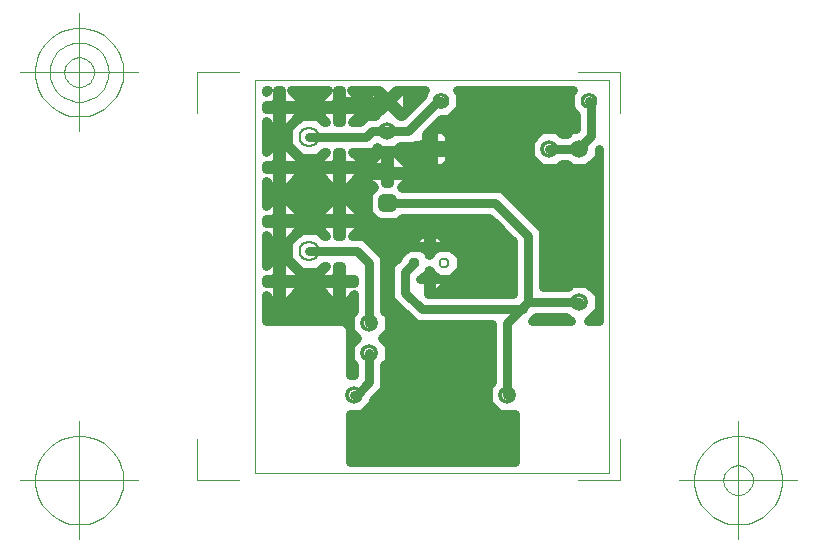
<source format=gbr>
G04 Generated by Ultiboard 10.0 *
%FSLAX25Y25*%
%MOIN*%

%ADD25C,0.03000*%
%ADD22C,0.00394*%
%ADD23C,0.00004*%
%ADD44C,0.06224X0.04724*%
%ADD45C,0.07012X0.05512*%
%ADD34C,0.05512X0.03150*%
%ADD36C,0.05906X0.03543*%
%ADD37R,0.05906X0.05906X0.03543*%
%ADD46C,0.03762X0.02362*%
%ADD38R,0.02083X0.02083X0.03917*%
%ADD18C,0.03917*%
%ADD29C,0.06334X0.03500*%


G04 ColorRGB 0000FF for the following layer *
%LNCopper Bottom*%
%LPD*%
%FSLAX25Y25*%
%MOIN*%
G54D25*
X4149Y127500D02*
X3500Y126851D01*
X3500Y126851D02*
X3500Y127500D01*
X3500Y127500D02*
X4149Y127500D01*
G36*
X4149Y127500D02*
X3500Y126851D01*
X3500Y127500D01*
X4149Y127500D01*
G37*
X4149Y127500D02*
X3500Y126851D01*
X3500Y126851D02*
X3500Y127500D01*
X3500Y127500D02*
X4149Y127500D01*
X8685Y124739D02*
X8685Y122685D01*
X8685Y122685D02*
X10739Y122685D01*
X10739Y122685D02*
X10739Y121315D01*
X10739Y121315D02*
X8685Y121315D01*
X8685Y121315D02*
X8685Y119261D01*
X8685Y119261D02*
X7315Y119261D01*
X7315Y119261D02*
X7315Y121315D01*
X7315Y121315D02*
X3500Y121315D01*
X3500Y121315D02*
X3500Y122685D01*
X3500Y122685D02*
X7315Y122685D01*
X7315Y122685D02*
X7315Y124739D01*
X7315Y124739D02*
X8685Y124739D01*
G36*
X8685Y124739D02*
X8685Y122685D01*
X10739Y122685D01*
X10739Y121315D01*
X8685Y121315D01*
X8685Y119261D01*
X7315Y119261D01*
X7315Y121315D01*
X3500Y121315D01*
X3500Y122685D01*
X7315Y122685D01*
X7315Y124739D01*
X8685Y124739D01*
G37*
X8685Y124739D02*
X8685Y122685D01*
X8685Y122685D02*
X10739Y122685D01*
X10739Y122685D02*
X10739Y121315D01*
X10739Y121315D02*
X8685Y121315D01*
X8685Y121315D02*
X8685Y119261D01*
X8685Y119261D02*
X7315Y119261D01*
X7315Y119261D02*
X7315Y121315D01*
X7315Y121315D02*
X3500Y121315D01*
X3500Y121315D02*
X3500Y122685D01*
X3500Y122685D02*
X7315Y122685D01*
X7315Y122685D02*
X7315Y124739D01*
X7315Y124739D02*
X8685Y124739D01*
X24149Y127500D02*
X21388Y124739D01*
X21388Y124739D02*
X21388Y122685D01*
X21388Y122685D02*
X25261Y122685D01*
X25261Y122685D02*
X25261Y121315D01*
X25261Y121315D02*
X21388Y121315D01*
X21388Y121315D02*
X21388Y119261D01*
X21388Y119261D02*
X23649Y117000D01*
X23649Y117000D02*
X22908Y117000D01*
X22908Y117000D02*
X20902Y119006D01*
X20902Y119006D02*
X15098Y119006D01*
X15098Y119006D02*
X10994Y114902D01*
X10994Y114902D02*
X10994Y114591D01*
X10994Y114591D02*
X10739Y114591D01*
X10739Y114591D02*
X10739Y115388D01*
X10739Y115388D02*
X14612Y119261D01*
X14612Y119261D02*
X14612Y121315D01*
X14612Y121315D02*
X10739Y121315D01*
X10739Y121315D02*
X10739Y122685D01*
X10739Y122685D02*
X14612Y122685D01*
X14612Y122685D02*
X14612Y124739D01*
X14612Y124739D02*
X11851Y127500D01*
X11851Y127500D02*
X24149Y127500D01*
G36*
X24149Y127500D02*
X21388Y124739D01*
X21388Y122685D01*
X25261Y122685D01*
X25261Y121315D01*
X21388Y121315D01*
X21388Y119261D01*
X23649Y117000D01*
X22908Y117000D01*
X20902Y119006D01*
X15098Y119006D01*
X10994Y114902D01*
X10994Y114591D01*
X10739Y114591D01*
X10739Y115388D01*
X14612Y119261D01*
X14612Y121315D01*
X10739Y121315D01*
X10739Y122685D01*
X14612Y122685D01*
X14612Y124739D01*
X11851Y127500D01*
X24149Y127500D01*
G37*
X24149Y127500D02*
X21388Y124739D01*
X21388Y124739D02*
X21388Y122685D01*
X21388Y122685D02*
X25261Y122685D01*
X25261Y122685D02*
X25261Y121315D01*
X25261Y121315D02*
X21388Y121315D01*
X21388Y121315D02*
X21388Y119261D01*
X21388Y119261D02*
X23649Y117000D01*
X23649Y117000D02*
X22908Y117000D01*
X22908Y117000D02*
X20902Y119006D01*
X20902Y119006D02*
X15098Y119006D01*
X15098Y119006D02*
X10994Y114902D01*
X10994Y114902D02*
X10994Y114591D01*
X10994Y114591D02*
X10739Y114591D01*
X10739Y114591D02*
X10739Y115388D01*
X10739Y115388D02*
X14612Y119261D01*
X14612Y119261D02*
X14612Y121315D01*
X14612Y121315D02*
X10739Y121315D01*
X10739Y121315D02*
X10739Y122685D01*
X10739Y122685D02*
X14612Y122685D01*
X14612Y122685D02*
X14612Y124739D01*
X14612Y124739D02*
X11851Y127500D01*
X11851Y127500D02*
X24149Y127500D01*
X28685Y127500D02*
X28685Y122685D01*
X28685Y122685D02*
X30739Y122685D01*
X30739Y122685D02*
X30739Y121315D01*
X30739Y121315D02*
X28685Y121315D01*
X28685Y121315D02*
X28685Y117000D01*
X28685Y117000D02*
X27315Y117000D01*
X27315Y117000D02*
X27315Y121315D01*
X27315Y121315D02*
X25261Y121315D01*
X25261Y121315D02*
X25261Y122685D01*
X25261Y122685D02*
X27315Y122685D01*
X27315Y122685D02*
X27315Y127500D01*
X27315Y127500D02*
X28685Y127500D01*
G36*
X28685Y127500D02*
X28685Y122685D01*
X30739Y122685D01*
X30739Y121315D01*
X28685Y121315D01*
X28685Y117000D01*
X27315Y117000D01*
X27315Y121315D01*
X25261Y121315D01*
X25261Y122685D01*
X27315Y122685D01*
X27315Y127500D01*
X28685Y127500D01*
G37*
X28685Y127500D02*
X28685Y122685D01*
X28685Y122685D02*
X30739Y122685D01*
X30739Y122685D02*
X30739Y121315D01*
X30739Y121315D02*
X28685Y121315D01*
X28685Y121315D02*
X28685Y117000D01*
X28685Y117000D02*
X27315Y117000D01*
X27315Y117000D02*
X27315Y121315D01*
X27315Y121315D02*
X25261Y121315D01*
X25261Y121315D02*
X25261Y122685D01*
X25261Y122685D02*
X27315Y122685D01*
X27315Y122685D02*
X27315Y127500D01*
X27315Y127500D02*
X28685Y127500D01*
X30739Y122685D02*
X34612Y122685D01*
X34612Y122685D02*
X34612Y124739D01*
X34612Y124739D02*
X31851Y127500D01*
X31851Y127500D02*
X38532Y127500D01*
X38532Y127500D02*
X37547Y126515D01*
X37547Y126515D02*
X37547Y121170D01*
X37547Y121170D02*
X38833Y119884D01*
X38833Y119884D02*
X38833Y119000D01*
X38833Y119000D02*
X36929Y119000D01*
X36929Y119000D02*
X34929Y117000D01*
X34929Y117000D02*
X32351Y117000D01*
X32351Y117000D02*
X34612Y119261D01*
X34612Y119261D02*
X34612Y121315D01*
X34612Y121315D02*
X30739Y121315D01*
X30739Y121315D02*
X30739Y122685D01*
G36*
X30739Y122685D02*
X34612Y122685D01*
X34612Y124739D01*
X31851Y127500D01*
X38532Y127500D01*
X37547Y126515D01*
X37547Y121170D01*
X38833Y119884D01*
X38833Y119000D01*
X36929Y119000D01*
X34929Y117000D01*
X32351Y117000D01*
X34612Y119261D01*
X34612Y121315D01*
X30739Y121315D01*
X30739Y122685D01*
G37*
X30739Y122685D02*
X34612Y122685D01*
X34612Y122685D02*
X34612Y124739D01*
X34612Y124739D02*
X31851Y127500D01*
X31851Y127500D02*
X38532Y127500D01*
X38532Y127500D02*
X37547Y126515D01*
X37547Y126515D02*
X37547Y121170D01*
X37547Y121170D02*
X38833Y119884D01*
X38833Y119884D02*
X38833Y119000D01*
X38833Y119000D02*
X36929Y119000D01*
X36929Y119000D02*
X34929Y117000D01*
X34929Y117000D02*
X32351Y117000D01*
X32351Y117000D02*
X34612Y119261D01*
X34612Y119261D02*
X34612Y121315D01*
X34612Y121315D02*
X30739Y121315D01*
X30739Y121315D02*
X30739Y122685D01*
X8685Y127500D02*
X8685Y124739D01*
X8685Y124739D02*
X7315Y124739D01*
X7315Y124739D02*
X7315Y127500D01*
X7315Y127500D02*
X8685Y127500D01*
G36*
X8685Y127500D02*
X8685Y124739D01*
X7315Y124739D01*
X7315Y127500D01*
X8685Y127500D01*
G37*
X8685Y127500D02*
X8685Y124739D01*
X8685Y124739D02*
X7315Y124739D01*
X7315Y124739D02*
X7315Y127500D01*
X7315Y127500D02*
X8685Y127500D01*
X41288Y127500D02*
X44000Y124787D01*
X44000Y124787D02*
X46712Y127500D01*
X46712Y127500D02*
X48602Y127500D01*
X48602Y127500D02*
X44945Y123843D01*
X44945Y123843D02*
X48929Y119859D01*
X48929Y119859D02*
X48929Y119000D01*
X48929Y119000D02*
X48126Y119000D01*
X48126Y119000D02*
X46673Y120453D01*
X46673Y120453D02*
X46445Y120453D01*
X46445Y120453D02*
X44000Y122898D01*
X44000Y122898D02*
X41555Y120453D01*
X41555Y120453D02*
X41327Y120453D01*
X41327Y120453D02*
X39874Y119000D01*
X39874Y119000D02*
X38833Y119000D01*
X38833Y119000D02*
X38833Y119884D01*
X38833Y119884D02*
X38965Y119752D01*
X38965Y119752D02*
X43055Y123843D01*
X43055Y123843D02*
X39398Y127500D01*
X39398Y127500D02*
X41288Y127500D01*
G36*
X41288Y127500D02*
X44000Y124787D01*
X46712Y127500D01*
X48602Y127500D01*
X44945Y123843D01*
X48929Y119859D01*
X48929Y119000D01*
X48126Y119000D01*
X46673Y120453D01*
X46445Y120453D01*
X44000Y122898D01*
X41555Y120453D01*
X41327Y120453D01*
X39874Y119000D01*
X38833Y119000D01*
X38833Y119884D01*
X38965Y119752D01*
X43055Y123843D01*
X39398Y127500D01*
X41288Y127500D01*
G37*
X41288Y127500D02*
X44000Y124787D01*
X44000Y124787D02*
X46712Y127500D01*
X46712Y127500D02*
X48602Y127500D01*
X48602Y127500D02*
X44945Y123843D01*
X44945Y123843D02*
X48929Y119859D01*
X48929Y119859D02*
X48929Y119000D01*
X48929Y119000D02*
X48126Y119000D01*
X48126Y119000D02*
X46673Y120453D01*
X46673Y120453D02*
X46445Y120453D01*
X46445Y120453D02*
X44000Y122898D01*
X44000Y122898D02*
X41555Y120453D01*
X41555Y120453D02*
X41327Y120453D01*
X41327Y120453D02*
X39874Y119000D01*
X39874Y119000D02*
X38833Y119000D01*
X38833Y119000D02*
X38833Y119884D01*
X38833Y119884D02*
X38965Y119752D01*
X38965Y119752D02*
X43055Y123843D01*
X43055Y123843D02*
X39398Y127500D01*
X39398Y127500D02*
X41288Y127500D01*
X48929Y119859D02*
X49035Y119752D01*
X49035Y119752D02*
X50453Y121170D01*
X50453Y121170D02*
X50453Y126515D01*
X50453Y126515D02*
X49468Y127500D01*
X49468Y127500D02*
X56653Y127500D01*
X56653Y127500D02*
X55744Y126591D01*
X55744Y126591D02*
X55744Y125815D01*
X55744Y125815D02*
X48929Y119000D01*
X48929Y119000D02*
X48929Y119859D01*
G36*
X48929Y119859D02*
X49035Y119752D01*
X50453Y121170D01*
X50453Y126515D01*
X49468Y127500D01*
X56653Y127500D01*
X55744Y126591D01*
X55744Y125815D01*
X48929Y119000D01*
X48929Y119859D01*
G37*
X48929Y119859D02*
X49035Y119752D01*
X49035Y119752D02*
X50453Y121170D01*
X50453Y121170D02*
X50453Y126515D01*
X50453Y126515D02*
X49468Y127500D01*
X49468Y127500D02*
X56653Y127500D01*
X56653Y127500D02*
X55744Y126591D01*
X55744Y126591D02*
X55744Y125815D01*
X55744Y125815D02*
X48929Y119000D01*
X48929Y119000D02*
X48929Y119859D01*
X61815Y117744D02*
X64591Y117744D01*
X64591Y117744D02*
X68256Y121409D01*
X68256Y121409D02*
X68256Y126591D01*
X68256Y126591D02*
X67347Y127500D01*
X67347Y127500D02*
X80167Y127500D01*
X80167Y127500D02*
X80167Y112403D01*
X80167Y112403D02*
X64453Y112403D01*
X64453Y112403D02*
X62403Y114453D01*
X62403Y114453D02*
X59101Y114453D01*
X59101Y114453D02*
X59101Y112403D01*
X59101Y112403D02*
X58929Y112403D01*
X58929Y112403D02*
X58929Y114858D01*
X58929Y114858D02*
X61815Y117744D01*
G36*
X61815Y117744D02*
X64591Y117744D01*
X68256Y121409D01*
X68256Y126591D01*
X67347Y127500D01*
X80167Y127500D01*
X80167Y112403D01*
X64453Y112403D01*
X62403Y114453D01*
X59101Y114453D01*
X59101Y112403D01*
X58929Y112403D01*
X58929Y114858D01*
X61815Y117744D01*
G37*
X61815Y117744D02*
X64591Y117744D01*
X64591Y117744D02*
X68256Y121409D01*
X68256Y121409D02*
X68256Y126591D01*
X68256Y126591D02*
X67347Y127500D01*
X67347Y127500D02*
X80167Y127500D01*
X80167Y127500D02*
X80167Y112403D01*
X80167Y112403D02*
X64453Y112403D01*
X64453Y112403D02*
X62403Y114453D01*
X62403Y114453D02*
X59101Y114453D01*
X59101Y114453D02*
X59101Y112403D01*
X59101Y112403D02*
X58929Y112403D01*
X58929Y112403D02*
X58929Y114858D01*
X58929Y114858D02*
X61815Y117744D01*
X105865Y127500D02*
X104957Y126591D01*
X104957Y126591D02*
X104957Y121409D01*
X104957Y121409D02*
X107000Y119365D01*
X107000Y119365D02*
X107000Y114453D01*
X107000Y114453D02*
X105327Y114453D01*
X105327Y114453D02*
X103874Y113000D01*
X103874Y113000D02*
X102126Y113000D01*
X102126Y113000D02*
X100673Y114453D01*
X100673Y114453D02*
X95327Y114453D01*
X95327Y114453D02*
X91547Y110673D01*
X91547Y110673D02*
X91547Y105929D01*
X91547Y105929D02*
X80167Y105929D01*
X80167Y105929D02*
X80167Y127500D01*
X80167Y127500D02*
X105865Y127500D01*
G36*
X105865Y127500D02*
X104957Y126591D01*
X104957Y121409D01*
X107000Y119365D01*
X107000Y114453D01*
X105327Y114453D01*
X103874Y113000D01*
X102126Y113000D01*
X100673Y114453D01*
X95327Y114453D01*
X91547Y110673D01*
X91547Y105929D01*
X80167Y105929D01*
X80167Y127500D01*
X105865Y127500D01*
G37*
X105865Y127500D02*
X104957Y126591D01*
X104957Y126591D02*
X104957Y121409D01*
X104957Y121409D02*
X107000Y119365D01*
X107000Y119365D02*
X107000Y114453D01*
X107000Y114453D02*
X105327Y114453D01*
X105327Y114453D02*
X103874Y113000D01*
X103874Y113000D02*
X102126Y113000D01*
X102126Y113000D02*
X100673Y114453D01*
X100673Y114453D02*
X95327Y114453D01*
X95327Y114453D02*
X91547Y110673D01*
X91547Y110673D02*
X91547Y105929D01*
X91547Y105929D02*
X80167Y105929D01*
X80167Y105929D02*
X80167Y127500D01*
X80167Y127500D02*
X105865Y127500D01*
X59101Y112403D02*
X59101Y109101D01*
X59101Y109101D02*
X64453Y109101D01*
X64453Y109101D02*
X64453Y112403D01*
X64453Y112403D02*
X80167Y112403D01*
X80167Y112403D02*
X80167Y103597D01*
X80167Y103597D02*
X64453Y103597D01*
X64453Y103597D02*
X64453Y106899D01*
X64453Y106899D02*
X59101Y106899D01*
X59101Y106899D02*
X59101Y103597D01*
X59101Y103597D02*
X58929Y103597D01*
X58929Y103597D02*
X58929Y112403D01*
X58929Y112403D02*
X59101Y112403D01*
G36*
X59101Y112403D02*
X59101Y109101D01*
X64453Y109101D01*
X64453Y112403D01*
X80167Y112403D01*
X80167Y103597D01*
X64453Y103597D01*
X64453Y106899D01*
X59101Y106899D01*
X59101Y103597D01*
X58929Y103597D01*
X58929Y112403D01*
X59101Y112403D01*
G37*
X59101Y112403D02*
X59101Y109101D01*
X59101Y109101D02*
X64453Y109101D01*
X64453Y109101D02*
X64453Y112403D01*
X64453Y112403D02*
X80167Y112403D01*
X80167Y112403D02*
X80167Y103597D01*
X80167Y103597D02*
X64453Y103597D01*
X64453Y103597D02*
X64453Y106899D01*
X64453Y106899D02*
X59101Y106899D01*
X59101Y106899D02*
X59101Y103597D01*
X59101Y103597D02*
X58929Y103597D01*
X58929Y103597D02*
X58929Y112403D01*
X58929Y112403D02*
X59101Y112403D01*
X59101Y103597D02*
X59101Y101547D01*
X59101Y101547D02*
X62403Y101547D01*
X62403Y101547D02*
X64453Y103597D01*
X64453Y103597D02*
X80167Y103597D01*
X80167Y103597D02*
X80167Y95000D01*
X80167Y95000D02*
X58929Y95000D01*
X58929Y95000D02*
X58929Y103597D01*
X58929Y103597D02*
X59101Y103597D01*
G36*
X59101Y103597D02*
X59101Y101547D01*
X62403Y101547D01*
X64453Y103597D01*
X80167Y103597D01*
X80167Y95000D01*
X58929Y95000D01*
X58929Y103597D01*
X59101Y103597D01*
G37*
X59101Y103597D02*
X59101Y101547D01*
X59101Y101547D02*
X62403Y101547D01*
X62403Y101547D02*
X64453Y103597D01*
X64453Y103597D02*
X80167Y103597D01*
X80167Y103597D02*
X80167Y95000D01*
X80167Y95000D02*
X58929Y95000D01*
X58929Y95000D02*
X58929Y103597D01*
X58929Y103597D02*
X59101Y103597D01*
X38833Y22889D02*
X39272Y23327D01*
X39272Y23327D02*
X39272Y24274D01*
X39272Y24274D02*
X43000Y28003D01*
X43000Y28003D02*
X43000Y35874D01*
X43000Y35874D02*
X44453Y37327D01*
X44453Y37327D02*
X44453Y42673D01*
X44453Y42673D02*
X44292Y42833D01*
X44292Y42833D02*
X79000Y42833D01*
X79000Y42833D02*
X79000Y30126D01*
X79000Y30126D02*
X77547Y28673D01*
X77547Y28673D02*
X77547Y23327D01*
X77547Y23327D02*
X80167Y20708D01*
X80167Y20708D02*
X80167Y3500D01*
X80167Y3500D02*
X38833Y3500D01*
X38833Y3500D02*
X38833Y22889D01*
G36*
X38833Y22889D02*
X39272Y23327D01*
X39272Y24274D01*
X43000Y28003D01*
X43000Y35874D01*
X44453Y37327D01*
X44453Y42673D01*
X44292Y42833D01*
X79000Y42833D01*
X79000Y30126D01*
X77547Y28673D01*
X77547Y23327D01*
X80167Y20708D01*
X80167Y3500D01*
X38833Y3500D01*
X38833Y22889D01*
G37*
X38833Y22889D02*
X39272Y23327D01*
X39272Y23327D02*
X39272Y24274D01*
X39272Y24274D02*
X43000Y28003D01*
X43000Y28003D02*
X43000Y35874D01*
X43000Y35874D02*
X44453Y37327D01*
X44453Y37327D02*
X44453Y42673D01*
X44453Y42673D02*
X44292Y42833D01*
X44292Y42833D02*
X79000Y42833D01*
X79000Y42833D02*
X79000Y30126D01*
X79000Y30126D02*
X77547Y28673D01*
X77547Y28673D02*
X77547Y23327D01*
X77547Y23327D02*
X80167Y20708D01*
X80167Y20708D02*
X80167Y3500D01*
X80167Y3500D02*
X38833Y3500D01*
X38833Y3500D02*
X38833Y22889D01*
X58557Y73167D02*
X58000Y72610D01*
X58000Y72610D02*
X57443Y73167D01*
X57443Y73167D02*
X57443Y74443D01*
X57443Y74443D02*
X56167Y74443D01*
X56167Y74443D02*
X55771Y74839D01*
X55771Y74839D02*
X55771Y75557D01*
X55771Y75557D02*
X57443Y75557D01*
X57443Y75557D02*
X57443Y80381D01*
X57443Y80381D02*
X55771Y80381D01*
X55771Y80381D02*
X55771Y85000D01*
X55771Y85000D02*
X60229Y85000D01*
X60229Y85000D02*
X60229Y80381D01*
X60229Y80381D02*
X58557Y80381D01*
X58557Y80381D02*
X58557Y75557D01*
X58557Y75557D02*
X60229Y75557D01*
X60229Y75557D02*
X60229Y74839D01*
X60229Y74839D02*
X59833Y74443D01*
X59833Y74443D02*
X58557Y74443D01*
X58557Y74443D02*
X58557Y73167D01*
G36*
X58557Y73167D02*
X58000Y72610D01*
X57443Y73167D01*
X57443Y74443D01*
X56167Y74443D01*
X55771Y74839D01*
X55771Y75557D01*
X57443Y75557D01*
X57443Y80381D01*
X55771Y80381D01*
X55771Y85000D01*
X60229Y85000D01*
X60229Y80381D01*
X58557Y80381D01*
X58557Y75557D01*
X60229Y75557D01*
X60229Y74839D01*
X59833Y74443D01*
X58557Y74443D01*
X58557Y73167D01*
G37*
X58557Y73167D02*
X58000Y72610D01*
X58000Y72610D02*
X57443Y73167D01*
X57443Y73167D02*
X57443Y74443D01*
X57443Y74443D02*
X56167Y74443D01*
X56167Y74443D02*
X55771Y74839D01*
X55771Y74839D02*
X55771Y75557D01*
X55771Y75557D02*
X57443Y75557D01*
X57443Y75557D02*
X57443Y80381D01*
X57443Y80381D02*
X55771Y80381D01*
X55771Y80381D02*
X55771Y85000D01*
X55771Y85000D02*
X60229Y85000D01*
X60229Y85000D02*
X60229Y80381D01*
X60229Y80381D02*
X58557Y80381D01*
X58557Y80381D02*
X58557Y75557D01*
X58557Y75557D02*
X60229Y75557D01*
X60229Y75557D02*
X60229Y74839D01*
X60229Y74839D02*
X59833Y74443D01*
X59833Y74443D02*
X58557Y74443D01*
X58557Y74443D02*
X58557Y73167D01*
X68381Y69071D02*
X68381Y72229D01*
X68381Y72229D02*
X65229Y75381D01*
X65229Y75381D02*
X60771Y75381D01*
X60771Y75381D02*
X60229Y74839D01*
X60229Y74839D02*
X60229Y75557D01*
X60229Y75557D02*
X63381Y75557D01*
X63381Y75557D02*
X63381Y77229D01*
X63381Y77229D02*
X60229Y80381D01*
X60229Y80381D02*
X60229Y85000D01*
X60229Y85000D02*
X77929Y85000D01*
X77929Y85000D02*
X80167Y82762D01*
X80167Y82762D02*
X80167Y69071D01*
X80167Y69071D02*
X68381Y69071D01*
G36*
X68381Y69071D02*
X68381Y72229D01*
X65229Y75381D01*
X60771Y75381D01*
X60229Y74839D01*
X60229Y75557D01*
X63381Y75557D01*
X63381Y77229D01*
X60229Y80381D01*
X60229Y85000D01*
X77929Y85000D01*
X80167Y82762D01*
X80167Y69071D01*
X68381Y69071D01*
G37*
X68381Y69071D02*
X68381Y72229D01*
X68381Y72229D02*
X65229Y75381D01*
X65229Y75381D02*
X60771Y75381D01*
X60771Y75381D02*
X60229Y74839D01*
X60229Y74839D02*
X60229Y75557D01*
X60229Y75557D02*
X63381Y75557D01*
X63381Y75557D02*
X63381Y77229D01*
X63381Y77229D02*
X60229Y80381D01*
X60229Y80381D02*
X60229Y85000D01*
X60229Y85000D02*
X77929Y85000D01*
X77929Y85000D02*
X80167Y82762D01*
X80167Y82762D02*
X80167Y69071D01*
X80167Y69071D02*
X68381Y69071D01*
X58000Y67390D02*
X58557Y66833D01*
X58557Y66833D02*
X58557Y65557D01*
X58557Y65557D02*
X59833Y65557D01*
X59833Y65557D02*
X60229Y65161D01*
X60229Y65161D02*
X60229Y64443D01*
X60229Y64443D02*
X58557Y64443D01*
X58557Y64443D02*
X58557Y62771D01*
X58557Y62771D02*
X57443Y62771D01*
X57443Y62771D02*
X57443Y64443D01*
X57443Y64443D02*
X55000Y64443D01*
X55000Y64443D02*
X55000Y64619D01*
X55000Y64619D02*
X55229Y64619D01*
X55229Y64619D02*
X56167Y65557D01*
X56167Y65557D02*
X57443Y65557D01*
X57443Y65557D02*
X57443Y66833D01*
X57443Y66833D02*
X58000Y67390D01*
G36*
X58000Y67390D02*
X58557Y66833D01*
X58557Y65557D01*
X59833Y65557D01*
X60229Y65161D01*
X60229Y64443D01*
X58557Y64443D01*
X58557Y62771D01*
X57443Y62771D01*
X57443Y64443D01*
X55000Y64443D01*
X55000Y64619D01*
X55229Y64619D01*
X56167Y65557D01*
X57443Y65557D01*
X57443Y66833D01*
X58000Y67390D01*
G37*
X58000Y67390D02*
X58557Y66833D01*
X58557Y66833D02*
X58557Y65557D01*
X58557Y65557D02*
X59833Y65557D01*
X59833Y65557D02*
X60229Y65161D01*
X60229Y65161D02*
X60229Y64443D01*
X60229Y64443D02*
X58557Y64443D01*
X58557Y64443D02*
X58557Y62771D01*
X58557Y62771D02*
X57443Y62771D01*
X57443Y62771D02*
X57443Y64443D01*
X57443Y64443D02*
X55000Y64443D01*
X55000Y64443D02*
X55000Y64619D01*
X55000Y64619D02*
X55229Y64619D01*
X55229Y64619D02*
X56167Y65557D01*
X56167Y65557D02*
X57443Y65557D01*
X57443Y65557D02*
X57443Y66833D01*
X57443Y66833D02*
X58000Y67390D01*
X57443Y59628D02*
X57443Y62771D01*
X57443Y62771D02*
X58557Y62771D01*
X58557Y62771D02*
X58557Y59619D01*
X58557Y59619D02*
X60229Y59619D01*
X60229Y59619D02*
X60229Y59550D01*
X60229Y59550D02*
X57521Y59550D01*
X57521Y59550D02*
X57443Y59628D01*
G36*
X57443Y59628D02*
X57443Y62771D01*
X58557Y62771D01*
X58557Y59619D01*
X60229Y59619D01*
X60229Y59550D01*
X57521Y59550D01*
X57443Y59628D01*
G37*
X57443Y59628D02*
X57443Y62771D01*
X57443Y62771D02*
X58557Y62771D01*
X58557Y62771D02*
X58557Y59619D01*
X58557Y59619D02*
X60229Y59619D01*
X60229Y59619D02*
X60229Y59550D01*
X60229Y59550D02*
X57521Y59550D01*
X57521Y59550D02*
X57443Y59628D01*
X60229Y65161D02*
X60771Y64619D01*
X60771Y64619D02*
X65229Y64619D01*
X65229Y64619D02*
X68381Y67771D01*
X68381Y67771D02*
X68381Y69071D01*
X68381Y69071D02*
X80167Y69071D01*
X80167Y69071D02*
X80167Y59550D01*
X80167Y59550D02*
X60229Y59550D01*
X60229Y59550D02*
X60229Y59619D01*
X60229Y59619D02*
X63381Y62771D01*
X63381Y62771D02*
X63381Y64443D01*
X63381Y64443D02*
X60229Y64443D01*
X60229Y64443D02*
X60229Y65161D01*
G36*
X60229Y65161D02*
X60771Y64619D01*
X65229Y64619D01*
X68381Y67771D01*
X68381Y69071D01*
X80167Y69071D01*
X80167Y59550D01*
X60229Y59550D01*
X60229Y59619D01*
X63381Y62771D01*
X63381Y64443D01*
X60229Y64443D01*
X60229Y65161D01*
G37*
X60229Y65161D02*
X60771Y64619D01*
X60771Y64619D02*
X65229Y64619D01*
X65229Y64619D02*
X68381Y67771D01*
X68381Y67771D02*
X68381Y69071D01*
X68381Y69071D02*
X80167Y69071D01*
X80167Y69071D02*
X80167Y59550D01*
X80167Y59550D02*
X60229Y59550D01*
X60229Y59550D02*
X60229Y59619D01*
X60229Y59619D02*
X63381Y62771D01*
X63381Y62771D02*
X63381Y64443D01*
X63381Y64443D02*
X60229Y64443D01*
X60229Y64443D02*
X60229Y65161D01*
X60229Y49550D02*
X60229Y42833D01*
X60229Y42833D02*
X52071Y42833D01*
X52071Y42833D02*
X52071Y50858D01*
X52071Y50858D02*
X53379Y49550D01*
X53379Y49550D02*
X60229Y49550D01*
G36*
X60229Y49550D02*
X60229Y42833D01*
X52071Y42833D01*
X52071Y50858D01*
X53379Y49550D01*
X60229Y49550D01*
G37*
X60229Y49550D02*
X60229Y42833D01*
X60229Y42833D02*
X52071Y42833D01*
X52071Y42833D02*
X52071Y50858D01*
X52071Y50858D02*
X53379Y49550D01*
X53379Y49550D02*
X60229Y49550D01*
X60229Y49550D02*
X79000Y49550D01*
X79000Y49550D02*
X79000Y42833D01*
X79000Y42833D02*
X60229Y42833D01*
X60229Y42833D02*
X60229Y49550D01*
G36*
X60229Y49550D02*
X79000Y49550D01*
X79000Y42833D01*
X60229Y42833D01*
X60229Y49550D01*
G37*
X60229Y49550D02*
X79000Y49550D01*
X79000Y49550D02*
X79000Y42833D01*
X79000Y42833D02*
X60229Y42833D01*
X60229Y42833D02*
X60229Y49550D01*
X8685Y66739D02*
X8685Y64685D01*
X8685Y64685D02*
X10739Y64685D01*
X10739Y64685D02*
X10739Y63315D01*
X10739Y63315D02*
X8685Y63315D01*
X8685Y63315D02*
X8685Y61261D01*
X8685Y61261D02*
X7315Y61261D01*
X7315Y61261D02*
X7315Y63315D01*
X7315Y63315D02*
X3500Y63315D01*
X3500Y63315D02*
X3500Y64685D01*
X3500Y64685D02*
X7315Y64685D01*
X7315Y64685D02*
X7315Y66739D01*
X7315Y66739D02*
X8685Y66739D01*
G36*
X8685Y66739D02*
X8685Y64685D01*
X10739Y64685D01*
X10739Y63315D01*
X8685Y63315D01*
X8685Y61261D01*
X7315Y61261D01*
X7315Y63315D01*
X3500Y63315D01*
X3500Y64685D01*
X7315Y64685D01*
X7315Y66739D01*
X8685Y66739D01*
G37*
X8685Y66739D02*
X8685Y64685D01*
X8685Y64685D02*
X10739Y64685D01*
X10739Y64685D02*
X10739Y63315D01*
X10739Y63315D02*
X8685Y63315D01*
X8685Y63315D02*
X8685Y61261D01*
X8685Y61261D02*
X7315Y61261D01*
X7315Y61261D02*
X7315Y63315D01*
X7315Y63315D02*
X3500Y63315D01*
X3500Y63315D02*
X3500Y64685D01*
X3500Y64685D02*
X7315Y64685D01*
X7315Y64685D02*
X7315Y66739D01*
X7315Y66739D02*
X8685Y66739D01*
X3500Y59149D02*
X5261Y57388D01*
X5261Y57388D02*
X7315Y57388D01*
X7315Y57388D02*
X7315Y61261D01*
X7315Y61261D02*
X8685Y61261D01*
X8685Y61261D02*
X8685Y57388D01*
X8685Y57388D02*
X10739Y57388D01*
X10739Y57388D02*
X10739Y50500D01*
X10739Y50500D02*
X3500Y50500D01*
X3500Y50500D02*
X3500Y59149D01*
G36*
X3500Y59149D02*
X5261Y57388D01*
X7315Y57388D01*
X7315Y61261D01*
X8685Y61261D01*
X8685Y57388D01*
X10739Y57388D01*
X10739Y50500D01*
X3500Y50500D01*
X3500Y59149D01*
G37*
X3500Y59149D02*
X5261Y57388D01*
X5261Y57388D02*
X7315Y57388D01*
X7315Y57388D02*
X7315Y61261D01*
X7315Y61261D02*
X8685Y61261D01*
X8685Y61261D02*
X8685Y57388D01*
X8685Y57388D02*
X10739Y57388D01*
X10739Y57388D02*
X10739Y50500D01*
X10739Y50500D02*
X3500Y50500D01*
X3500Y50500D02*
X3500Y59149D01*
X23649Y69000D02*
X21388Y66739D01*
X21388Y66739D02*
X21388Y64685D01*
X21388Y64685D02*
X25261Y64685D01*
X25261Y64685D02*
X25261Y63315D01*
X25261Y63315D02*
X21388Y63315D01*
X21388Y63315D02*
X21388Y61261D01*
X21388Y61261D02*
X14612Y61261D01*
X14612Y61261D02*
X14612Y63315D01*
X14612Y63315D02*
X10739Y63315D01*
X10739Y63315D02*
X10739Y64685D01*
X10739Y64685D02*
X14612Y64685D01*
X14612Y64685D02*
X14612Y66739D01*
X14612Y66739D02*
X10739Y70612D01*
X10739Y70612D02*
X10739Y76591D01*
X10739Y76591D02*
X10994Y76591D01*
X10994Y76591D02*
X10994Y71098D01*
X10994Y71098D02*
X15098Y66994D01*
X15098Y66994D02*
X20902Y66994D01*
X20902Y66994D02*
X22908Y69000D01*
X22908Y69000D02*
X23649Y69000D01*
G36*
X23649Y69000D02*
X21388Y66739D01*
X21388Y64685D01*
X25261Y64685D01*
X25261Y63315D01*
X21388Y63315D01*
X21388Y61261D01*
X14612Y61261D01*
X14612Y63315D01*
X10739Y63315D01*
X10739Y64685D01*
X14612Y64685D01*
X14612Y66739D01*
X10739Y70612D01*
X10739Y76591D01*
X10994Y76591D01*
X10994Y71098D01*
X15098Y66994D01*
X20902Y66994D01*
X22908Y69000D01*
X23649Y69000D01*
G37*
X23649Y69000D02*
X21388Y66739D01*
X21388Y66739D02*
X21388Y64685D01*
X21388Y64685D02*
X25261Y64685D01*
X25261Y64685D02*
X25261Y63315D01*
X25261Y63315D02*
X21388Y63315D01*
X21388Y63315D02*
X21388Y61261D01*
X21388Y61261D02*
X14612Y61261D01*
X14612Y61261D02*
X14612Y63315D01*
X14612Y63315D02*
X10739Y63315D01*
X10739Y63315D02*
X10739Y64685D01*
X10739Y64685D02*
X14612Y64685D01*
X14612Y64685D02*
X14612Y66739D01*
X14612Y66739D02*
X10739Y70612D01*
X10739Y70612D02*
X10739Y76591D01*
X10739Y76591D02*
X10994Y76591D01*
X10994Y76591D02*
X10994Y71098D01*
X10994Y71098D02*
X15098Y66994D01*
X15098Y66994D02*
X20902Y66994D01*
X20902Y66994D02*
X22908Y69000D01*
X22908Y69000D02*
X23649Y69000D01*
X28685Y69000D02*
X28685Y64685D01*
X28685Y64685D02*
X30739Y64685D01*
X30739Y64685D02*
X30739Y63315D01*
X30739Y63315D02*
X28685Y63315D01*
X28685Y63315D02*
X28685Y61261D01*
X28685Y61261D02*
X27315Y61261D01*
X27315Y61261D02*
X27315Y63315D01*
X27315Y63315D02*
X25261Y63315D01*
X25261Y63315D02*
X25261Y64685D01*
X25261Y64685D02*
X27315Y64685D01*
X27315Y64685D02*
X27315Y69000D01*
X27315Y69000D02*
X28685Y69000D01*
G36*
X28685Y69000D02*
X28685Y64685D01*
X30739Y64685D01*
X30739Y63315D01*
X28685Y63315D01*
X28685Y61261D01*
X27315Y61261D01*
X27315Y63315D01*
X25261Y63315D01*
X25261Y64685D01*
X27315Y64685D01*
X27315Y69000D01*
X28685Y69000D01*
G37*
X28685Y69000D02*
X28685Y64685D01*
X28685Y64685D02*
X30739Y64685D01*
X30739Y64685D02*
X30739Y63315D01*
X30739Y63315D02*
X28685Y63315D01*
X28685Y63315D02*
X28685Y61261D01*
X28685Y61261D02*
X27315Y61261D01*
X27315Y61261D02*
X27315Y63315D01*
X27315Y63315D02*
X25261Y63315D01*
X25261Y63315D02*
X25261Y64685D01*
X25261Y64685D02*
X27315Y64685D01*
X27315Y64685D02*
X27315Y69000D01*
X27315Y69000D02*
X28685Y69000D01*
X30739Y64685D02*
X33000Y64685D01*
X33000Y64685D02*
X33000Y63315D01*
X33000Y63315D02*
X30739Y63315D01*
X30739Y63315D02*
X30739Y64685D01*
G36*
X30739Y64685D02*
X33000Y64685D01*
X33000Y63315D01*
X30739Y63315D01*
X30739Y64685D01*
G37*
X30739Y64685D02*
X33000Y64685D01*
X33000Y64685D02*
X33000Y63315D01*
X33000Y63315D02*
X30739Y63315D01*
X30739Y63315D02*
X30739Y64685D01*
X21388Y61261D02*
X25261Y57388D01*
X25261Y57388D02*
X27315Y57388D01*
X27315Y57388D02*
X27315Y61261D01*
X27315Y61261D02*
X28685Y61261D01*
X28685Y61261D02*
X28685Y57388D01*
X28685Y57388D02*
X30739Y57388D01*
X30739Y57388D02*
X33000Y59649D01*
X33000Y59649D02*
X33000Y53968D01*
X33000Y53968D02*
X31547Y52515D01*
X31547Y52515D02*
X31547Y47170D01*
X31547Y47170D02*
X33796Y44921D01*
X33796Y44921D02*
X31708Y42833D01*
X31708Y42833D02*
X31500Y42833D01*
X31500Y42833D02*
X31500Y48450D01*
X31500Y48450D02*
X29450Y50500D01*
X29450Y50500D02*
X10739Y50500D01*
X10739Y50500D02*
X10739Y57388D01*
X10739Y57388D02*
X14612Y61261D01*
X14612Y61261D02*
X21388Y61261D01*
G36*
X21388Y61261D02*
X25261Y57388D01*
X27315Y57388D01*
X27315Y61261D01*
X28685Y61261D01*
X28685Y57388D01*
X30739Y57388D01*
X33000Y59649D01*
X33000Y53968D01*
X31547Y52515D01*
X31547Y47170D01*
X33796Y44921D01*
X31708Y42833D01*
X31500Y42833D01*
X31500Y48450D01*
X29450Y50500D01*
X10739Y50500D01*
X10739Y57388D01*
X14612Y61261D01*
X21388Y61261D01*
G37*
X21388Y61261D02*
X25261Y57388D01*
X25261Y57388D02*
X27315Y57388D01*
X27315Y57388D02*
X27315Y61261D01*
X27315Y61261D02*
X28685Y61261D01*
X28685Y61261D02*
X28685Y57388D01*
X28685Y57388D02*
X30739Y57388D01*
X30739Y57388D02*
X33000Y59649D01*
X33000Y59649D02*
X33000Y53968D01*
X33000Y53968D02*
X31547Y52515D01*
X31547Y52515D02*
X31547Y47170D01*
X31547Y47170D02*
X33796Y44921D01*
X33796Y44921D02*
X31708Y42833D01*
X31708Y42833D02*
X31500Y42833D01*
X31500Y42833D02*
X31500Y48450D01*
X31500Y48450D02*
X29450Y50500D01*
X29450Y50500D02*
X10739Y50500D01*
X10739Y50500D02*
X10739Y57388D01*
X10739Y57388D02*
X14612Y61261D01*
X14612Y61261D02*
X21388Y61261D01*
X42204Y44921D02*
X44453Y47170D01*
X44453Y47170D02*
X44453Y52515D01*
X44453Y52515D02*
X43000Y53968D01*
X43000Y53968D02*
X43000Y69071D01*
X43000Y69071D02*
X45000Y69071D01*
X45000Y69071D02*
X45000Y57929D01*
X45000Y57929D02*
X52071Y50858D01*
X52071Y50858D02*
X52071Y42833D01*
X52071Y42833D02*
X44292Y42833D01*
X44292Y42833D02*
X42204Y44921D01*
G36*
X42204Y44921D02*
X44453Y47170D01*
X44453Y52515D01*
X43000Y53968D01*
X43000Y69071D01*
X45000Y69071D01*
X45000Y57929D01*
X52071Y50858D01*
X52071Y42833D01*
X44292Y42833D01*
X42204Y44921D01*
G37*
X42204Y44921D02*
X44453Y47170D01*
X44453Y47170D02*
X44453Y52515D01*
X44453Y52515D02*
X43000Y53968D01*
X43000Y53968D02*
X43000Y69071D01*
X43000Y69071D02*
X45000Y69071D01*
X45000Y69071D02*
X45000Y57929D01*
X45000Y57929D02*
X52071Y50858D01*
X52071Y50858D02*
X52071Y42833D01*
X52071Y42833D02*
X44292Y42833D01*
X44292Y42833D02*
X42204Y44921D01*
X33000Y32453D02*
X31500Y32453D01*
X31500Y32453D02*
X31500Y42833D01*
X31500Y42833D02*
X31708Y42833D01*
X31708Y42833D02*
X31547Y42673D01*
X31547Y42673D02*
X31547Y37327D01*
X31547Y37327D02*
X33000Y35874D01*
X33000Y35874D02*
X33000Y32453D01*
G36*
X33000Y32453D02*
X31500Y32453D01*
X31500Y42833D01*
X31708Y42833D01*
X31547Y42673D01*
X31547Y37327D01*
X33000Y35874D01*
X33000Y32453D01*
G37*
X33000Y32453D02*
X31500Y32453D01*
X31500Y32453D02*
X31500Y42833D01*
X31500Y42833D02*
X31708Y42833D01*
X31708Y42833D02*
X31547Y42673D01*
X31547Y42673D02*
X31547Y37327D01*
X31547Y37327D02*
X33000Y35874D01*
X33000Y35874D02*
X33000Y32453D01*
X31500Y19547D02*
X35492Y19547D01*
X35492Y19547D02*
X38833Y22889D01*
X38833Y22889D02*
X38833Y3500D01*
X38833Y3500D02*
X31500Y3500D01*
X31500Y3500D02*
X31500Y19547D01*
G36*
X31500Y19547D02*
X35492Y19547D01*
X38833Y22889D01*
X38833Y3500D01*
X31500Y3500D01*
X31500Y19547D01*
G37*
X31500Y19547D02*
X35492Y19547D01*
X35492Y19547D02*
X38833Y22889D01*
X38833Y22889D02*
X38833Y3500D01*
X38833Y3500D02*
X31500Y3500D01*
X31500Y3500D02*
X31500Y19547D01*
X28685Y107000D02*
X28685Y102685D01*
X28685Y102685D02*
X30739Y102685D01*
X30739Y102685D02*
X30739Y101315D01*
X30739Y101315D02*
X28685Y101315D01*
X28685Y101315D02*
X28685Y99261D01*
X28685Y99261D02*
X27315Y99261D01*
X27315Y99261D02*
X27315Y101315D01*
X27315Y101315D02*
X25261Y101315D01*
X25261Y101315D02*
X25261Y102685D01*
X25261Y102685D02*
X27315Y102685D01*
X27315Y102685D02*
X27315Y107000D01*
X27315Y107000D02*
X28685Y107000D01*
G36*
X28685Y107000D02*
X28685Y102685D01*
X30739Y102685D01*
X30739Y101315D01*
X28685Y101315D01*
X28685Y99261D01*
X27315Y99261D01*
X27315Y101315D01*
X25261Y101315D01*
X25261Y102685D01*
X27315Y102685D01*
X27315Y107000D01*
X28685Y107000D01*
G37*
X28685Y107000D02*
X28685Y102685D01*
X28685Y102685D02*
X30739Y102685D01*
X30739Y102685D02*
X30739Y101315D01*
X30739Y101315D02*
X28685Y101315D01*
X28685Y101315D02*
X28685Y99261D01*
X28685Y99261D02*
X27315Y99261D01*
X27315Y99261D02*
X27315Y101315D01*
X27315Y101315D02*
X25261Y101315D01*
X25261Y101315D02*
X25261Y102685D01*
X25261Y102685D02*
X27315Y102685D01*
X27315Y102685D02*
X27315Y107000D01*
X27315Y107000D02*
X28685Y107000D01*
X30739Y102685D02*
X34612Y102685D01*
X34612Y102685D02*
X34612Y104739D01*
X34612Y104739D02*
X32351Y107000D01*
X32351Y107000D02*
X38833Y107000D01*
X38833Y107000D02*
X38833Y104262D01*
X38833Y104262D02*
X37333Y102762D01*
X37333Y102762D02*
X37333Y100690D01*
X37333Y100690D02*
X38833Y100690D01*
X38833Y100690D02*
X38833Y99310D01*
X38833Y99310D02*
X37333Y99310D01*
X37333Y99310D02*
X37333Y99261D01*
X37333Y99261D02*
X34612Y99261D01*
X34612Y99261D02*
X34612Y101315D01*
X34612Y101315D02*
X30739Y101315D01*
X30739Y101315D02*
X30739Y102685D01*
G36*
X30739Y102685D02*
X34612Y102685D01*
X34612Y104739D01*
X32351Y107000D01*
X38833Y107000D01*
X38833Y104262D01*
X37333Y102762D01*
X37333Y100690D01*
X38833Y100690D01*
X38833Y99310D01*
X37333Y99310D01*
X37333Y99261D01*
X34612Y99261D01*
X34612Y101315D01*
X30739Y101315D01*
X30739Y102685D01*
G37*
X30739Y102685D02*
X34612Y102685D01*
X34612Y102685D02*
X34612Y104739D01*
X34612Y104739D02*
X32351Y107000D01*
X32351Y107000D02*
X38833Y107000D01*
X38833Y107000D02*
X38833Y104262D01*
X38833Y104262D02*
X37333Y102762D01*
X37333Y102762D02*
X37333Y100690D01*
X37333Y100690D02*
X38833Y100690D01*
X38833Y100690D02*
X38833Y99310D01*
X38833Y99310D02*
X37333Y99310D01*
X37333Y99310D02*
X37333Y99261D01*
X37333Y99261D02*
X34612Y99261D01*
X34612Y99261D02*
X34612Y101315D01*
X34612Y101315D02*
X30739Y101315D01*
X30739Y101315D02*
X30739Y102685D01*
X33184Y88167D02*
X30739Y90612D01*
X30739Y90612D02*
X28685Y90612D01*
X28685Y90612D02*
X28685Y88167D01*
X28685Y88167D02*
X27315Y88167D01*
X27315Y88167D02*
X27315Y90612D01*
X27315Y90612D02*
X25261Y90612D01*
X25261Y90612D02*
X22816Y88167D01*
X22816Y88167D02*
X13184Y88167D01*
X13184Y88167D02*
X10739Y90612D01*
X10739Y90612D02*
X10739Y95388D01*
X10739Y95388D02*
X14612Y99261D01*
X14612Y99261D02*
X21388Y99261D01*
X21388Y99261D02*
X25261Y95388D01*
X25261Y95388D02*
X27315Y95388D01*
X27315Y95388D02*
X27315Y99261D01*
X27315Y99261D02*
X28685Y99261D01*
X28685Y99261D02*
X28685Y95388D01*
X28685Y95388D02*
X30739Y95388D01*
X30739Y95388D02*
X34612Y99261D01*
X34612Y99261D02*
X37333Y99261D01*
X37333Y99261D02*
X37333Y97238D01*
X37333Y97238D02*
X38833Y95738D01*
X38833Y95738D02*
X38833Y94636D01*
X38833Y94636D02*
X37500Y93302D01*
X37500Y93302D02*
X37500Y88167D01*
X37500Y88167D02*
X33184Y88167D01*
G36*
X33184Y88167D02*
X30739Y90612D01*
X28685Y90612D01*
X28685Y88167D01*
X27315Y88167D01*
X27315Y90612D01*
X25261Y90612D01*
X22816Y88167D01*
X13184Y88167D01*
X10739Y90612D01*
X10739Y95388D01*
X14612Y99261D01*
X21388Y99261D01*
X25261Y95388D01*
X27315Y95388D01*
X27315Y99261D01*
X28685Y99261D01*
X28685Y95388D01*
X30739Y95388D01*
X34612Y99261D01*
X37333Y99261D01*
X37333Y97238D01*
X38833Y95738D01*
X38833Y94636D01*
X37500Y93302D01*
X37500Y88167D01*
X33184Y88167D01*
G37*
X33184Y88167D02*
X30739Y90612D01*
X30739Y90612D02*
X28685Y90612D01*
X28685Y90612D02*
X28685Y88167D01*
X28685Y88167D02*
X27315Y88167D01*
X27315Y88167D02*
X27315Y90612D01*
X27315Y90612D02*
X25261Y90612D01*
X25261Y90612D02*
X22816Y88167D01*
X22816Y88167D02*
X13184Y88167D01*
X13184Y88167D02*
X10739Y90612D01*
X10739Y90612D02*
X10739Y95388D01*
X10739Y95388D02*
X14612Y99261D01*
X14612Y99261D02*
X21388Y99261D01*
X21388Y99261D02*
X25261Y95388D01*
X25261Y95388D02*
X27315Y95388D01*
X27315Y95388D02*
X27315Y99261D01*
X27315Y99261D02*
X28685Y99261D01*
X28685Y99261D02*
X28685Y95388D01*
X28685Y95388D02*
X30739Y95388D01*
X30739Y95388D02*
X34612Y99261D01*
X34612Y99261D02*
X37333Y99261D01*
X37333Y99261D02*
X37333Y97238D01*
X37333Y97238D02*
X38833Y95738D01*
X38833Y95738D02*
X38833Y94636D01*
X38833Y94636D02*
X37500Y93302D01*
X37500Y93302D02*
X37500Y88167D01*
X37500Y88167D02*
X33184Y88167D01*
X28685Y88167D02*
X28685Y84685D01*
X28685Y84685D02*
X30739Y84685D01*
X30739Y84685D02*
X30739Y83315D01*
X30739Y83315D02*
X28685Y83315D01*
X28685Y83315D02*
X28685Y79000D01*
X28685Y79000D02*
X27315Y79000D01*
X27315Y79000D02*
X27315Y83315D01*
X27315Y83315D02*
X25261Y83315D01*
X25261Y83315D02*
X25261Y84685D01*
X25261Y84685D02*
X27315Y84685D01*
X27315Y84685D02*
X27315Y88167D01*
X27315Y88167D02*
X28685Y88167D01*
G36*
X28685Y88167D02*
X28685Y84685D01*
X30739Y84685D01*
X30739Y83315D01*
X28685Y83315D01*
X28685Y79000D01*
X27315Y79000D01*
X27315Y83315D01*
X25261Y83315D01*
X25261Y84685D01*
X27315Y84685D01*
X27315Y88167D01*
X28685Y88167D01*
G37*
X28685Y88167D02*
X28685Y84685D01*
X28685Y84685D02*
X30739Y84685D01*
X30739Y84685D02*
X30739Y83315D01*
X30739Y83315D02*
X28685Y83315D01*
X28685Y83315D02*
X28685Y79000D01*
X28685Y79000D02*
X27315Y79000D01*
X27315Y79000D02*
X27315Y83315D01*
X27315Y83315D02*
X25261Y83315D01*
X25261Y83315D02*
X25261Y84685D01*
X25261Y84685D02*
X27315Y84685D01*
X27315Y84685D02*
X27315Y88167D01*
X27315Y88167D02*
X28685Y88167D01*
X30739Y84685D02*
X34612Y84685D01*
X34612Y84685D02*
X34612Y86739D01*
X34612Y86739D02*
X33184Y88167D01*
X33184Y88167D02*
X37500Y88167D01*
X37500Y88167D02*
X37500Y86698D01*
X37500Y86698D02*
X38833Y85364D01*
X38833Y85364D02*
X38833Y76591D01*
X38833Y76591D02*
X38480Y76591D01*
X38480Y76591D02*
X36071Y79000D01*
X36071Y79000D02*
X32351Y79000D01*
X32351Y79000D02*
X34612Y81261D01*
X34612Y81261D02*
X34612Y83315D01*
X34612Y83315D02*
X30739Y83315D01*
X30739Y83315D02*
X30739Y84685D01*
G36*
X30739Y84685D02*
X34612Y84685D01*
X34612Y86739D01*
X33184Y88167D01*
X37500Y88167D01*
X37500Y86698D01*
X38833Y85364D01*
X38833Y76591D01*
X38480Y76591D01*
X36071Y79000D01*
X32351Y79000D01*
X34612Y81261D01*
X34612Y83315D01*
X30739Y83315D01*
X30739Y84685D01*
G37*
X30739Y84685D02*
X34612Y84685D01*
X34612Y84685D02*
X34612Y86739D01*
X34612Y86739D02*
X33184Y88167D01*
X33184Y88167D02*
X37500Y88167D01*
X37500Y88167D02*
X37500Y86698D01*
X37500Y86698D02*
X38833Y85364D01*
X38833Y85364D02*
X38833Y76591D01*
X38833Y76591D02*
X38480Y76591D01*
X38480Y76591D02*
X36071Y79000D01*
X36071Y79000D02*
X32351Y79000D01*
X32351Y79000D02*
X34612Y81261D01*
X34612Y81261D02*
X34612Y83315D01*
X34612Y83315D02*
X30739Y83315D01*
X30739Y83315D02*
X30739Y84685D01*
X10739Y90612D02*
X8685Y90612D01*
X8685Y90612D02*
X8685Y88167D01*
X8685Y88167D02*
X7315Y88167D01*
X7315Y88167D02*
X7315Y90612D01*
X7315Y90612D02*
X5261Y90612D01*
X5261Y90612D02*
X3500Y88851D01*
X3500Y88851D02*
X3500Y97149D01*
X3500Y97149D02*
X5261Y95388D01*
X5261Y95388D02*
X7315Y95388D01*
X7315Y95388D02*
X7315Y99261D01*
X7315Y99261D02*
X8685Y99261D01*
X8685Y99261D02*
X8685Y95388D01*
X8685Y95388D02*
X10739Y95388D01*
X10739Y95388D02*
X10739Y90612D01*
G36*
X10739Y90612D02*
X8685Y90612D01*
X8685Y88167D01*
X7315Y88167D01*
X7315Y90612D01*
X5261Y90612D01*
X3500Y88851D01*
X3500Y97149D01*
X5261Y95388D01*
X7315Y95388D01*
X7315Y99261D01*
X8685Y99261D01*
X8685Y95388D01*
X10739Y95388D01*
X10739Y90612D01*
G37*
X10739Y90612D02*
X8685Y90612D01*
X8685Y90612D02*
X8685Y88167D01*
X8685Y88167D02*
X7315Y88167D01*
X7315Y88167D02*
X7315Y90612D01*
X7315Y90612D02*
X5261Y90612D01*
X5261Y90612D02*
X3500Y88851D01*
X3500Y88851D02*
X3500Y97149D01*
X3500Y97149D02*
X5261Y95388D01*
X5261Y95388D02*
X7315Y95388D01*
X7315Y95388D02*
X7315Y99261D01*
X7315Y99261D02*
X8685Y99261D01*
X8685Y99261D02*
X8685Y95388D01*
X8685Y95388D02*
X10739Y95388D01*
X10739Y95388D02*
X10739Y90612D01*
X22816Y88167D02*
X21388Y86739D01*
X21388Y86739D02*
X21388Y84685D01*
X21388Y84685D02*
X25261Y84685D01*
X25261Y84685D02*
X25261Y83315D01*
X25261Y83315D02*
X21388Y83315D01*
X21388Y83315D02*
X21388Y81261D01*
X21388Y81261D02*
X23649Y79000D01*
X23649Y79000D02*
X22908Y79000D01*
X22908Y79000D02*
X20902Y81006D01*
X20902Y81006D02*
X15098Y81006D01*
X15098Y81006D02*
X10994Y76902D01*
X10994Y76902D02*
X10994Y76591D01*
X10994Y76591D02*
X10739Y76591D01*
X10739Y76591D02*
X10739Y77388D01*
X10739Y77388D02*
X14612Y81261D01*
X14612Y81261D02*
X14612Y83315D01*
X14612Y83315D02*
X10739Y83315D01*
X10739Y83315D02*
X10739Y84685D01*
X10739Y84685D02*
X14612Y84685D01*
X14612Y84685D02*
X14612Y86739D01*
X14612Y86739D02*
X13184Y88167D01*
X13184Y88167D02*
X22816Y88167D01*
G36*
X22816Y88167D02*
X21388Y86739D01*
X21388Y84685D01*
X25261Y84685D01*
X25261Y83315D01*
X21388Y83315D01*
X21388Y81261D01*
X23649Y79000D01*
X22908Y79000D01*
X20902Y81006D01*
X15098Y81006D01*
X10994Y76902D01*
X10994Y76591D01*
X10739Y76591D01*
X10739Y77388D01*
X14612Y81261D01*
X14612Y83315D01*
X10739Y83315D01*
X10739Y84685D01*
X14612Y84685D01*
X14612Y86739D01*
X13184Y88167D01*
X22816Y88167D01*
G37*
X22816Y88167D02*
X21388Y86739D01*
X21388Y86739D02*
X21388Y84685D01*
X21388Y84685D02*
X25261Y84685D01*
X25261Y84685D02*
X25261Y83315D01*
X25261Y83315D02*
X21388Y83315D01*
X21388Y83315D02*
X21388Y81261D01*
X21388Y81261D02*
X23649Y79000D01*
X23649Y79000D02*
X22908Y79000D01*
X22908Y79000D02*
X20902Y81006D01*
X20902Y81006D02*
X15098Y81006D01*
X15098Y81006D02*
X10994Y76902D01*
X10994Y76902D02*
X10994Y76591D01*
X10994Y76591D02*
X10739Y76591D01*
X10739Y76591D02*
X10739Y77388D01*
X10739Y77388D02*
X14612Y81261D01*
X14612Y81261D02*
X14612Y83315D01*
X14612Y83315D02*
X10739Y83315D01*
X10739Y83315D02*
X10739Y84685D01*
X10739Y84685D02*
X14612Y84685D01*
X14612Y84685D02*
X14612Y86739D01*
X14612Y86739D02*
X13184Y88167D01*
X13184Y88167D02*
X22816Y88167D01*
X8685Y88167D02*
X8685Y84685D01*
X8685Y84685D02*
X10739Y84685D01*
X10739Y84685D02*
X10739Y83315D01*
X10739Y83315D02*
X8685Y83315D01*
X8685Y83315D02*
X8685Y81261D01*
X8685Y81261D02*
X7315Y81261D01*
X7315Y81261D02*
X7315Y83315D01*
X7315Y83315D02*
X3500Y83315D01*
X3500Y83315D02*
X3500Y84685D01*
X3500Y84685D02*
X7315Y84685D01*
X7315Y84685D02*
X7315Y88167D01*
X7315Y88167D02*
X8685Y88167D01*
G36*
X8685Y88167D02*
X8685Y84685D01*
X10739Y84685D01*
X10739Y83315D01*
X8685Y83315D01*
X8685Y81261D01*
X7315Y81261D01*
X7315Y83315D01*
X3500Y83315D01*
X3500Y84685D01*
X7315Y84685D01*
X7315Y88167D01*
X8685Y88167D01*
G37*
X8685Y88167D02*
X8685Y84685D01*
X8685Y84685D02*
X10739Y84685D01*
X10739Y84685D02*
X10739Y83315D01*
X10739Y83315D02*
X8685Y83315D01*
X8685Y83315D02*
X8685Y81261D01*
X8685Y81261D02*
X7315Y81261D01*
X7315Y81261D02*
X7315Y83315D01*
X7315Y83315D02*
X3500Y83315D01*
X3500Y83315D02*
X3500Y84685D01*
X3500Y84685D02*
X7315Y84685D01*
X7315Y84685D02*
X7315Y88167D01*
X7315Y88167D02*
X8685Y88167D01*
X10739Y70612D02*
X8685Y70612D01*
X8685Y70612D02*
X8685Y66739D01*
X8685Y66739D02*
X7315Y66739D01*
X7315Y66739D02*
X7315Y70612D01*
X7315Y70612D02*
X5261Y70612D01*
X5261Y70612D02*
X3500Y68851D01*
X3500Y68851D02*
X3500Y79149D01*
X3500Y79149D02*
X5261Y77388D01*
X5261Y77388D02*
X7315Y77388D01*
X7315Y77388D02*
X7315Y81261D01*
X7315Y81261D02*
X8685Y81261D01*
X8685Y81261D02*
X8685Y77388D01*
X8685Y77388D02*
X10739Y77388D01*
X10739Y77388D02*
X10739Y70612D01*
G36*
X10739Y70612D02*
X8685Y70612D01*
X8685Y66739D01*
X7315Y66739D01*
X7315Y70612D01*
X5261Y70612D01*
X3500Y68851D01*
X3500Y79149D01*
X5261Y77388D01*
X7315Y77388D01*
X7315Y81261D01*
X8685Y81261D01*
X8685Y77388D01*
X10739Y77388D01*
X10739Y70612D01*
G37*
X10739Y70612D02*
X8685Y70612D01*
X8685Y70612D02*
X8685Y66739D01*
X8685Y66739D02*
X7315Y66739D01*
X7315Y66739D02*
X7315Y70612D01*
X7315Y70612D02*
X5261Y70612D01*
X5261Y70612D02*
X3500Y68851D01*
X3500Y68851D02*
X3500Y79149D01*
X3500Y79149D02*
X5261Y77388D01*
X5261Y77388D02*
X7315Y77388D01*
X7315Y77388D02*
X7315Y81261D01*
X7315Y81261D02*
X8685Y81261D01*
X8685Y81261D02*
X8685Y77388D01*
X8685Y77388D02*
X10739Y77388D01*
X10739Y77388D02*
X10739Y70612D01*
X23649Y107000D02*
X21388Y104739D01*
X21388Y104739D02*
X21388Y102685D01*
X21388Y102685D02*
X25261Y102685D01*
X25261Y102685D02*
X25261Y101315D01*
X25261Y101315D02*
X21388Y101315D01*
X21388Y101315D02*
X21388Y99261D01*
X21388Y99261D02*
X14612Y99261D01*
X14612Y99261D02*
X14612Y101315D01*
X14612Y101315D02*
X10739Y101315D01*
X10739Y101315D02*
X10739Y102685D01*
X10739Y102685D02*
X14612Y102685D01*
X14612Y102685D02*
X14612Y104739D01*
X14612Y104739D02*
X10739Y108612D01*
X10739Y108612D02*
X10739Y114591D01*
X10739Y114591D02*
X10994Y114591D01*
X10994Y114591D02*
X10994Y109098D01*
X10994Y109098D02*
X15098Y104994D01*
X15098Y104994D02*
X20902Y104994D01*
X20902Y104994D02*
X22908Y107000D01*
X22908Y107000D02*
X23649Y107000D01*
G36*
X23649Y107000D02*
X21388Y104739D01*
X21388Y102685D01*
X25261Y102685D01*
X25261Y101315D01*
X21388Y101315D01*
X21388Y99261D01*
X14612Y99261D01*
X14612Y101315D01*
X10739Y101315D01*
X10739Y102685D01*
X14612Y102685D01*
X14612Y104739D01*
X10739Y108612D01*
X10739Y114591D01*
X10994Y114591D01*
X10994Y109098D01*
X15098Y104994D01*
X20902Y104994D01*
X22908Y107000D01*
X23649Y107000D01*
G37*
X23649Y107000D02*
X21388Y104739D01*
X21388Y104739D02*
X21388Y102685D01*
X21388Y102685D02*
X25261Y102685D01*
X25261Y102685D02*
X25261Y101315D01*
X25261Y101315D02*
X21388Y101315D01*
X21388Y101315D02*
X21388Y99261D01*
X21388Y99261D02*
X14612Y99261D01*
X14612Y99261D02*
X14612Y101315D01*
X14612Y101315D02*
X10739Y101315D01*
X10739Y101315D02*
X10739Y102685D01*
X10739Y102685D02*
X14612Y102685D01*
X14612Y102685D02*
X14612Y104739D01*
X14612Y104739D02*
X10739Y108612D01*
X10739Y108612D02*
X10739Y114591D01*
X10739Y114591D02*
X10994Y114591D01*
X10994Y114591D02*
X10994Y109098D01*
X10994Y109098D02*
X15098Y104994D01*
X15098Y104994D02*
X20902Y104994D01*
X20902Y104994D02*
X22908Y107000D01*
X22908Y107000D02*
X23649Y107000D01*
X3500Y117149D02*
X5261Y115388D01*
X5261Y115388D02*
X7315Y115388D01*
X7315Y115388D02*
X7315Y119261D01*
X7315Y119261D02*
X8685Y119261D01*
X8685Y119261D02*
X8685Y115388D01*
X8685Y115388D02*
X10739Y115388D01*
X10739Y115388D02*
X10739Y108612D01*
X10739Y108612D02*
X8685Y108612D01*
X8685Y108612D02*
X8685Y104739D01*
X8685Y104739D02*
X7315Y104739D01*
X7315Y104739D02*
X7315Y108612D01*
X7315Y108612D02*
X5261Y108612D01*
X5261Y108612D02*
X3500Y106851D01*
X3500Y106851D02*
X3500Y117149D01*
G36*
X3500Y117149D02*
X5261Y115388D01*
X7315Y115388D01*
X7315Y119261D01*
X8685Y119261D01*
X8685Y115388D01*
X10739Y115388D01*
X10739Y108612D01*
X8685Y108612D01*
X8685Y104739D01*
X7315Y104739D01*
X7315Y108612D01*
X5261Y108612D01*
X3500Y106851D01*
X3500Y117149D01*
G37*
X3500Y117149D02*
X5261Y115388D01*
X5261Y115388D02*
X7315Y115388D01*
X7315Y115388D02*
X7315Y119261D01*
X7315Y119261D02*
X8685Y119261D01*
X8685Y119261D02*
X8685Y115388D01*
X8685Y115388D02*
X10739Y115388D01*
X10739Y115388D02*
X10739Y108612D01*
X10739Y108612D02*
X8685Y108612D01*
X8685Y108612D02*
X8685Y104739D01*
X8685Y104739D02*
X7315Y104739D01*
X7315Y104739D02*
X7315Y108612D01*
X7315Y108612D02*
X5261Y108612D01*
X5261Y108612D02*
X3500Y106851D01*
X3500Y106851D02*
X3500Y117149D01*
X8685Y104739D02*
X8685Y102685D01*
X8685Y102685D02*
X10739Y102685D01*
X10739Y102685D02*
X10739Y101315D01*
X10739Y101315D02*
X8685Y101315D01*
X8685Y101315D02*
X8685Y99261D01*
X8685Y99261D02*
X7315Y99261D01*
X7315Y99261D02*
X7315Y101315D01*
X7315Y101315D02*
X3500Y101315D01*
X3500Y101315D02*
X3500Y102685D01*
X3500Y102685D02*
X7315Y102685D01*
X7315Y102685D02*
X7315Y104739D01*
X7315Y104739D02*
X8685Y104739D01*
G36*
X8685Y104739D02*
X8685Y102685D01*
X10739Y102685D01*
X10739Y101315D01*
X8685Y101315D01*
X8685Y99261D01*
X7315Y99261D01*
X7315Y101315D01*
X3500Y101315D01*
X3500Y102685D01*
X7315Y102685D01*
X7315Y104739D01*
X8685Y104739D01*
G37*
X8685Y104739D02*
X8685Y102685D01*
X8685Y102685D02*
X10739Y102685D01*
X10739Y102685D02*
X10739Y101315D01*
X10739Y101315D02*
X8685Y101315D01*
X8685Y101315D02*
X8685Y99261D01*
X8685Y99261D02*
X7315Y99261D01*
X7315Y99261D02*
X7315Y101315D01*
X7315Y101315D02*
X3500Y101315D01*
X3500Y101315D02*
X3500Y102685D01*
X3500Y102685D02*
X7315Y102685D01*
X7315Y102685D02*
X7315Y104739D01*
X7315Y104739D02*
X8685Y104739D01*
X48616Y95187D02*
X48929Y95500D01*
X48929Y95500D02*
X48929Y95000D01*
X48929Y95000D02*
X48802Y95000D01*
X48802Y95000D02*
X48616Y95187D01*
G36*
X48616Y95187D02*
X48929Y95500D01*
X48929Y95000D01*
X48802Y95000D01*
X48616Y95187D01*
G37*
X48616Y95187D02*
X48929Y95500D01*
X48929Y95500D02*
X48929Y95000D01*
X48929Y95000D02*
X48802Y95000D01*
X48802Y95000D02*
X48616Y95187D01*
X51547Y103597D02*
X53597Y101547D01*
X53597Y101547D02*
X56899Y101547D01*
X56899Y101547D02*
X56899Y103597D01*
X56899Y103597D02*
X58929Y103597D01*
X58929Y103597D02*
X58929Y95000D01*
X58929Y95000D02*
X48929Y95000D01*
X48929Y95000D02*
X48929Y95500D01*
X48929Y95500D02*
X50667Y97238D01*
X50667Y97238D02*
X50667Y99310D01*
X50667Y99310D02*
X48929Y99310D01*
X48929Y99310D02*
X48929Y100690D01*
X48929Y100690D02*
X50667Y100690D01*
X50667Y100690D02*
X50667Y102762D01*
X50667Y102762D02*
X49831Y103597D01*
X49831Y103597D02*
X51547Y103597D01*
G36*
X51547Y103597D02*
X53597Y101547D01*
X56899Y101547D01*
X56899Y103597D01*
X58929Y103597D01*
X58929Y95000D01*
X48929Y95000D01*
X48929Y95500D01*
X50667Y97238D01*
X50667Y99310D01*
X48929Y99310D01*
X48929Y100690D01*
X50667Y100690D01*
X50667Y102762D01*
X49831Y103597D01*
X51547Y103597D01*
G37*
X51547Y103597D02*
X53597Y101547D01*
X53597Y101547D02*
X56899Y101547D01*
X56899Y101547D02*
X56899Y103597D01*
X56899Y103597D02*
X58929Y103597D01*
X58929Y103597D02*
X58929Y95000D01*
X58929Y95000D02*
X48929Y95000D01*
X48929Y95000D02*
X48929Y95500D01*
X48929Y95500D02*
X50667Y97238D01*
X50667Y97238D02*
X50667Y99310D01*
X50667Y99310D02*
X48929Y99310D01*
X48929Y99310D02*
X48929Y100690D01*
X48929Y100690D02*
X50667Y100690D01*
X50667Y100690D02*
X50667Y102762D01*
X50667Y102762D02*
X49831Y103597D01*
X49831Y103597D02*
X51547Y103597D01*
X40473Y108402D02*
X41327Y107547D01*
X41327Y107547D02*
X46673Y107547D01*
X46673Y107547D02*
X48126Y109000D01*
X48126Y109000D02*
X48929Y109000D01*
X48929Y109000D02*
X48929Y104500D01*
X48929Y104500D02*
X46762Y106667D01*
X46762Y106667D02*
X44690Y106667D01*
X44690Y106667D02*
X44690Y100690D01*
X44690Y100690D02*
X48929Y100690D01*
X48929Y100690D02*
X48929Y99310D01*
X48929Y99310D02*
X44690Y99310D01*
X44690Y99310D02*
X44690Y96500D01*
X44690Y96500D02*
X43310Y96500D01*
X43310Y96500D02*
X43310Y99310D01*
X43310Y99310D02*
X38833Y99310D01*
X38833Y99310D02*
X38833Y100690D01*
X38833Y100690D02*
X43310Y100690D01*
X43310Y100690D02*
X43310Y106667D01*
X43310Y106667D02*
X41238Y106667D01*
X41238Y106667D02*
X38833Y104262D01*
X38833Y104262D02*
X38833Y107000D01*
X38833Y107000D02*
X39071Y107000D01*
X39071Y107000D02*
X40473Y108402D01*
G36*
X40473Y108402D02*
X41327Y107547D01*
X46673Y107547D01*
X48126Y109000D01*
X48929Y109000D01*
X48929Y104500D01*
X46762Y106667D01*
X44690Y106667D01*
X44690Y100690D01*
X48929Y100690D01*
X48929Y99310D01*
X44690Y99310D01*
X44690Y96500D01*
X43310Y96500D01*
X43310Y99310D01*
X38833Y99310D01*
X38833Y100690D01*
X43310Y100690D01*
X43310Y106667D01*
X41238Y106667D01*
X38833Y104262D01*
X38833Y107000D01*
X39071Y107000D01*
X40473Y108402D01*
G37*
X40473Y108402D02*
X41327Y107547D01*
X41327Y107547D02*
X46673Y107547D01*
X46673Y107547D02*
X48126Y109000D01*
X48126Y109000D02*
X48929Y109000D01*
X48929Y109000D02*
X48929Y104500D01*
X48929Y104500D02*
X46762Y106667D01*
X46762Y106667D02*
X44690Y106667D01*
X44690Y106667D02*
X44690Y100690D01*
X44690Y100690D02*
X48929Y100690D01*
X48929Y100690D02*
X48929Y99310D01*
X48929Y99310D02*
X44690Y99310D01*
X44690Y99310D02*
X44690Y96500D01*
X44690Y96500D02*
X43310Y96500D01*
X43310Y96500D02*
X43310Y99310D01*
X43310Y99310D02*
X38833Y99310D01*
X38833Y99310D02*
X38833Y100690D01*
X38833Y100690D02*
X43310Y100690D01*
X43310Y100690D02*
X43310Y106667D01*
X43310Y106667D02*
X41238Y106667D01*
X41238Y106667D02*
X38833Y104262D01*
X38833Y104262D02*
X38833Y107000D01*
X38833Y107000D02*
X39071Y107000D01*
X39071Y107000D02*
X40473Y108402D01*
X38833Y95738D02*
X39384Y95187D01*
X39384Y95187D02*
X38833Y94636D01*
X38833Y94636D02*
X38833Y95738D01*
G36*
X38833Y95738D02*
X39384Y95187D01*
X38833Y94636D01*
X38833Y95738D01*
G37*
X38833Y95738D02*
X39384Y95187D01*
X39384Y95187D02*
X38833Y94636D01*
X38833Y94636D02*
X38833Y95738D01*
X55771Y80381D02*
X52619Y77229D01*
X52619Y77229D02*
X52619Y75557D01*
X52619Y75557D02*
X55771Y75557D01*
X55771Y75557D02*
X55771Y74839D01*
X55771Y74839D02*
X55229Y75381D01*
X55229Y75381D02*
X50771Y75381D01*
X50771Y75381D02*
X47619Y72229D01*
X47619Y72229D02*
X47619Y71690D01*
X47619Y71690D02*
X45000Y69071D01*
X45000Y69071D02*
X43000Y69071D01*
X43000Y69071D02*
X43000Y72071D01*
X43000Y72071D02*
X38833Y76238D01*
X38833Y76238D02*
X38833Y85364D01*
X38833Y85364D02*
X40698Y83500D01*
X40698Y83500D02*
X47302Y83500D01*
X47302Y83500D02*
X48802Y85000D01*
X48802Y85000D02*
X55771Y85000D01*
X55771Y85000D02*
X55771Y80381D01*
G36*
X55771Y80381D02*
X52619Y77229D01*
X52619Y75557D01*
X55771Y75557D01*
X55771Y74839D01*
X55229Y75381D01*
X50771Y75381D01*
X47619Y72229D01*
X47619Y71690D01*
X45000Y69071D01*
X43000Y69071D01*
X43000Y72071D01*
X38833Y76238D01*
X38833Y85364D01*
X40698Y83500D01*
X47302Y83500D01*
X48802Y85000D01*
X55771Y85000D01*
X55771Y80381D01*
G37*
X55771Y80381D02*
X52619Y77229D01*
X52619Y77229D02*
X52619Y75557D01*
X52619Y75557D02*
X55771Y75557D01*
X55771Y75557D02*
X55771Y74839D01*
X55771Y74839D02*
X55229Y75381D01*
X55229Y75381D02*
X50771Y75381D01*
X50771Y75381D02*
X47619Y72229D01*
X47619Y72229D02*
X47619Y71690D01*
X47619Y71690D02*
X45000Y69071D01*
X45000Y69071D02*
X43000Y69071D01*
X43000Y69071D02*
X43000Y72071D01*
X43000Y72071D02*
X38833Y76238D01*
X38833Y76238D02*
X38833Y85364D01*
X38833Y85364D02*
X40698Y83500D01*
X40698Y83500D02*
X47302Y83500D01*
X47302Y83500D02*
X48802Y85000D01*
X48802Y85000D02*
X55771Y85000D01*
X55771Y85000D02*
X55771Y80381D01*
X53172Y109101D02*
X56899Y109101D01*
X56899Y109101D02*
X56899Y112403D01*
X56899Y112403D02*
X58929Y112403D01*
X58929Y112403D02*
X58929Y103597D01*
X58929Y103597D02*
X56899Y103597D01*
X56899Y103597D02*
X56899Y106899D01*
X56899Y106899D02*
X51547Y106899D01*
X51547Y106899D02*
X51547Y103597D01*
X51547Y103597D02*
X49831Y103597D01*
X49831Y103597D02*
X48929Y104500D01*
X48929Y104500D02*
X48929Y109000D01*
X48929Y109000D02*
X53071Y109000D01*
X53071Y109000D02*
X53172Y109101D01*
G36*
X53172Y109101D02*
X56899Y109101D01*
X56899Y112403D01*
X58929Y112403D01*
X58929Y103597D01*
X56899Y103597D01*
X56899Y106899D01*
X51547Y106899D01*
X51547Y103597D01*
X49831Y103597D01*
X48929Y104500D01*
X48929Y109000D01*
X53071Y109000D01*
X53172Y109101D01*
G37*
X53172Y109101D02*
X56899Y109101D01*
X56899Y109101D02*
X56899Y112403D01*
X56899Y112403D02*
X58929Y112403D01*
X58929Y112403D02*
X58929Y103597D01*
X58929Y103597D02*
X56899Y103597D01*
X56899Y103597D02*
X56899Y106899D01*
X56899Y106899D02*
X51547Y106899D01*
X51547Y106899D02*
X51547Y103597D01*
X51547Y103597D02*
X49831Y103597D01*
X49831Y103597D02*
X48929Y104500D01*
X48929Y104500D02*
X48929Y109000D01*
X48929Y109000D02*
X53071Y109000D01*
X53071Y109000D02*
X53172Y109101D01*
X56899Y112403D02*
X56899Y112828D01*
X56899Y112828D02*
X58929Y114858D01*
X58929Y114858D02*
X58929Y112403D01*
X58929Y112403D02*
X56899Y112403D01*
G36*
X56899Y112403D02*
X56899Y112828D01*
X58929Y114858D01*
X58929Y112403D01*
X56899Y112403D01*
G37*
X56899Y112403D02*
X56899Y112828D01*
X56899Y112828D02*
X58929Y114858D01*
X58929Y114858D02*
X58929Y112403D01*
X58929Y112403D02*
X56899Y112403D01*
X86000Y59550D02*
X80167Y59550D01*
X80167Y59550D02*
X80167Y82762D01*
X80167Y82762D02*
X85000Y77929D01*
X85000Y77929D02*
X85000Y77929D01*
X85000Y77929D02*
X85786Y77143D01*
X85786Y77143D02*
X86000Y76929D01*
X86000Y76929D02*
X86000Y59550D01*
G36*
X86000Y59550D02*
X80167Y59550D01*
X80167Y82762D01*
X85000Y77929D01*
X85000Y77929D01*
X85786Y77143D01*
X86000Y76929D01*
X86000Y59550D01*
G37*
X86000Y59550D02*
X80167Y59550D01*
X80167Y59550D02*
X80167Y82762D01*
X80167Y82762D02*
X85000Y77929D01*
X85000Y77929D02*
X85000Y77929D01*
X85000Y77929D02*
X85786Y77143D01*
X85786Y77143D02*
X86000Y76929D01*
X86000Y76929D02*
X86000Y59550D01*
X114453Y59002D02*
X114453Y59492D01*
X114453Y59492D02*
X110673Y63272D01*
X110673Y63272D02*
X105327Y63272D01*
X105327Y63272D02*
X104056Y62000D01*
X104056Y62000D02*
X96000Y62000D01*
X96000Y62000D02*
X96000Y81071D01*
X96000Y81071D02*
X96000Y81071D01*
X96000Y81071D02*
X96000Y81071D01*
X96000Y81071D02*
X95214Y81857D01*
X95214Y81857D02*
X93071Y84000D01*
X93071Y84000D02*
X93071Y84000D01*
X93071Y84000D02*
X88929Y88142D01*
X88929Y88142D02*
X88929Y88167D01*
X88929Y88167D02*
X114500Y88167D01*
X114500Y88167D02*
X114500Y59002D01*
X114500Y59002D02*
X114453Y59002D01*
G36*
X114453Y59002D02*
X114453Y59492D01*
X110673Y63272D01*
X105327Y63272D01*
X104056Y62000D01*
X96000Y62000D01*
X96000Y81071D01*
X96000Y81071D01*
X96000Y81071D01*
X95214Y81857D01*
X93071Y84000D01*
X93071Y84000D01*
X88929Y88142D01*
X88929Y88167D01*
X114500Y88167D01*
X114500Y59002D01*
X114453Y59002D01*
G37*
X114453Y59002D02*
X114453Y59492D01*
X114453Y59492D02*
X110673Y63272D01*
X110673Y63272D02*
X105327Y63272D01*
X105327Y63272D02*
X104056Y62000D01*
X104056Y62000D02*
X96000Y62000D01*
X96000Y62000D02*
X96000Y81071D01*
X96000Y81071D02*
X96000Y81071D01*
X96000Y81071D02*
X96000Y81071D01*
X96000Y81071D02*
X95214Y81857D01*
X95214Y81857D02*
X93071Y84000D01*
X93071Y84000D02*
X93071Y84000D01*
X93071Y84000D02*
X88929Y88142D01*
X88929Y88142D02*
X88929Y88167D01*
X88929Y88167D02*
X114500Y88167D01*
X114500Y88167D02*
X114500Y59002D01*
X114500Y59002D02*
X114453Y59002D01*
X103693Y52000D02*
X105193Y50500D01*
X105193Y50500D02*
X92121Y50500D01*
X92121Y50500D02*
X93621Y52000D01*
X93621Y52000D02*
X103693Y52000D01*
G36*
X103693Y52000D02*
X105193Y50500D01*
X92121Y50500D01*
X93621Y52000D01*
X103693Y52000D01*
G37*
X103693Y52000D02*
X105193Y50500D01*
X105193Y50500D02*
X92121Y50500D01*
X92121Y50500D02*
X93621Y52000D01*
X93621Y52000D02*
X103693Y52000D01*
X80167Y20708D02*
X81327Y19547D01*
X81327Y19547D02*
X86500Y19547D01*
X86500Y19547D02*
X86500Y3500D01*
X86500Y3500D02*
X80167Y3500D01*
X80167Y3500D02*
X80167Y20708D01*
G36*
X80167Y20708D02*
X81327Y19547D01*
X86500Y19547D01*
X86500Y3500D01*
X80167Y3500D01*
X80167Y20708D01*
G37*
X80167Y20708D02*
X81327Y19547D01*
X81327Y19547D02*
X86500Y19547D01*
X86500Y19547D02*
X86500Y3500D01*
X86500Y3500D02*
X80167Y3500D01*
X80167Y3500D02*
X80167Y20708D01*
X110807Y50500D02*
X114453Y54146D01*
X114453Y54146D02*
X114453Y59002D01*
X114453Y59002D02*
X114500Y59002D01*
X114500Y59002D02*
X114500Y50500D01*
X114500Y50500D02*
X110807Y50500D01*
G36*
X110807Y50500D02*
X114453Y54146D01*
X114453Y59002D01*
X114500Y59002D01*
X114500Y50500D01*
X110807Y50500D01*
G37*
X110807Y50500D02*
X114453Y54146D01*
X114453Y54146D02*
X114453Y59002D01*
X114453Y59002D02*
X114500Y59002D01*
X114500Y59002D02*
X114500Y50500D01*
X114500Y50500D02*
X110807Y50500D01*
X91547Y105929D02*
X91547Y105327D01*
X91547Y105327D02*
X95327Y101547D01*
X95327Y101547D02*
X100673Y101547D01*
X100673Y101547D02*
X102126Y103000D01*
X102126Y103000D02*
X103874Y103000D01*
X103874Y103000D02*
X105327Y101547D01*
X105327Y101547D02*
X110673Y101547D01*
X110673Y101547D02*
X114453Y105327D01*
X114453Y105327D02*
X114453Y105929D01*
X114453Y105929D02*
X114500Y105929D01*
X114500Y105929D02*
X114500Y88167D01*
X114500Y88167D02*
X88904Y88167D01*
X88904Y88167D02*
X82071Y95000D01*
X82071Y95000D02*
X80167Y95000D01*
X80167Y95000D02*
X80167Y105929D01*
X80167Y105929D02*
X91547Y105929D01*
G36*
X91547Y105929D02*
X91547Y105327D01*
X95327Y101547D01*
X100673Y101547D01*
X102126Y103000D01*
X103874Y103000D01*
X105327Y101547D01*
X110673Y101547D01*
X114453Y105327D01*
X114453Y105929D01*
X114500Y105929D01*
X114500Y88167D01*
X88904Y88167D01*
X82071Y95000D01*
X80167Y95000D01*
X80167Y105929D01*
X91547Y105929D01*
G37*
X91547Y105929D02*
X91547Y105327D01*
X91547Y105327D02*
X95327Y101547D01*
X95327Y101547D02*
X100673Y101547D01*
X100673Y101547D02*
X102126Y103000D01*
X102126Y103000D02*
X103874Y103000D01*
X103874Y103000D02*
X105327Y101547D01*
X105327Y101547D02*
X110673Y101547D01*
X110673Y101547D02*
X114453Y105327D01*
X114453Y105327D02*
X114453Y105929D01*
X114453Y105929D02*
X114500Y105929D01*
X114500Y105929D02*
X114500Y88167D01*
X114500Y88167D02*
X88904Y88167D01*
X88904Y88167D02*
X82071Y95000D01*
X82071Y95000D02*
X80167Y95000D01*
X80167Y95000D02*
X80167Y105929D01*
X80167Y105929D02*
X91547Y105929D01*
X88929Y88142D02*
X88904Y88167D01*
X88904Y88167D02*
X88929Y88167D01*
X88929Y88167D02*
X88929Y88142D01*
G36*
X88929Y88142D02*
X88904Y88167D01*
X88929Y88167D01*
X88929Y88142D01*
G37*
X88929Y88142D02*
X88904Y88167D01*
X88904Y88167D02*
X88929Y88167D01*
X88929Y88167D02*
X88929Y88142D01*
X114453Y105929D02*
X114453Y107732D01*
X114453Y107732D02*
X114500Y107779D01*
X114500Y107779D02*
X114500Y105929D01*
X114500Y105929D02*
X114453Y105929D01*
G36*
X114453Y105929D02*
X114453Y107732D01*
X114500Y107779D01*
X114500Y105929D01*
X114453Y105929D01*
G37*
X114453Y105929D02*
X114453Y107732D01*
X114453Y107732D02*
X114500Y107779D01*
X114500Y107779D02*
X114500Y105929D01*
X114500Y105929D02*
X114453Y105929D01*
X51000Y114000D02*
X61000Y124000D01*
X61000Y124000D02*
X62000Y124000D01*
X28000Y122000D02*
X30000Y124000D01*
X30000Y124000D02*
X43921Y124000D01*
X111213Y124000D02*
X112000Y123213D01*
X112000Y123213D02*
X112000Y112350D01*
X44000Y90000D02*
X80000Y90000D01*
X55450Y54550D02*
X89100Y54550D01*
X8000Y64000D02*
X8000Y122000D01*
X8000Y64000D02*
X28000Y64000D01*
X38000Y50000D02*
X38000Y70000D01*
X50000Y67000D02*
X50000Y60000D01*
X55450Y54550D02*
X50000Y60000D01*
X38000Y30074D02*
X33926Y26000D01*
X33926Y26000D02*
X33000Y26000D01*
X38000Y30074D02*
X38000Y40000D01*
X37000Y112000D02*
X18000Y112000D01*
X28000Y122000D02*
X8000Y122000D01*
X28000Y102000D02*
X8000Y102000D01*
X28000Y84000D02*
X27000Y85000D01*
X34000Y74000D02*
X18000Y74000D01*
X38000Y70000D02*
X34000Y74000D01*
X40000Y79000D02*
X34000Y85000D01*
X34000Y85000D02*
X28500Y85000D01*
X29000Y102000D02*
X42000Y102000D01*
X27000Y85000D02*
X8500Y85000D01*
X53000Y70000D02*
X50000Y67000D01*
X43000Y76000D02*
X40000Y79000D01*
X39000Y114000D02*
X51000Y114000D01*
X58000Y108000D02*
X50000Y100000D01*
X50000Y100000D02*
X44000Y100000D01*
X44000Y100000D02*
X42000Y102000D01*
X37000Y112000D02*
X39000Y114000D01*
X91000Y57000D02*
X91000Y79000D01*
X91000Y57000D02*
X107909Y57000D01*
X88550Y54550D02*
X91000Y57000D01*
X84000Y26000D02*
X84000Y50000D01*
X84000Y50000D02*
X88550Y54550D01*
X90000Y80000D02*
X91000Y79000D01*
X80000Y90000D02*
X90000Y80000D01*
X98000Y108000D02*
X108000Y108000D01*
X112000Y112350D02*
X108000Y108350D01*
X108000Y108350D02*
X108000Y108000D01*
G54D22*
X-19400Y-2500D02*
X-19400Y11100D01*
X-19400Y-2500D02*
X-5310Y-2500D01*
X121500Y-2500D02*
X107410Y-2500D01*
X121500Y-2500D02*
X121500Y11100D01*
X121500Y133500D02*
X121500Y119900D01*
X121500Y133500D02*
X107410Y133500D01*
X-19400Y133500D02*
X-5310Y133500D01*
X-19400Y133500D02*
X-19400Y119900D01*
X-39085Y-2500D02*
X-78455Y-2500D01*
X-58770Y-22185D02*
X-58770Y17185D01*
X-44006Y-2500D02*
X-44077Y-1053D01*
X-44077Y-1053D02*
X-44290Y380D01*
X-44290Y380D02*
X-44642Y1786D01*
X-44642Y1786D02*
X-45130Y3150D01*
X-45130Y3150D02*
X-45750Y4460D01*
X-45750Y4460D02*
X-46494Y5702D01*
X-46494Y5702D02*
X-47358Y6866D01*
X-47358Y6866D02*
X-48331Y7940D01*
X-48331Y7940D02*
X-49404Y8913D01*
X-49404Y8913D02*
X-50568Y9776D01*
X-50568Y9776D02*
X-51810Y10520D01*
X-51810Y10520D02*
X-53120Y11140D01*
X-53120Y11140D02*
X-54484Y11628D01*
X-54484Y11628D02*
X-55890Y11980D01*
X-55890Y11980D02*
X-57323Y12193D01*
X-57323Y12193D02*
X-58770Y12264D01*
X-58770Y12264D02*
X-60217Y12193D01*
X-60217Y12193D02*
X-61650Y11980D01*
X-61650Y11980D02*
X-63056Y11628D01*
X-63056Y11628D02*
X-64420Y11140D01*
X-64420Y11140D02*
X-65730Y10520D01*
X-65730Y10520D02*
X-66972Y9776D01*
X-66972Y9776D02*
X-68136Y8913D01*
X-68136Y8913D02*
X-69210Y7940D01*
X-69210Y7940D02*
X-70183Y6866D01*
X-70183Y6866D02*
X-71046Y5702D01*
X-71046Y5702D02*
X-71791Y4460D01*
X-71791Y4460D02*
X-72410Y3150D01*
X-72410Y3150D02*
X-72898Y1786D01*
X-72898Y1786D02*
X-73250Y380D01*
X-73250Y380D02*
X-73463Y-1053D01*
X-73463Y-1053D02*
X-73534Y-2500D01*
X-73534Y-2500D02*
X-73463Y-3947D01*
X-73463Y-3947D02*
X-73250Y-5380D01*
X-73250Y-5380D02*
X-72898Y-6786D01*
X-72898Y-6786D02*
X-72410Y-8150D01*
X-72410Y-8150D02*
X-71791Y-9460D01*
X-71791Y-9460D02*
X-71046Y-10702D01*
X-71046Y-10702D02*
X-70183Y-11866D01*
X-70183Y-11866D02*
X-69210Y-12940D01*
X-69210Y-12940D02*
X-68136Y-13913D01*
X-68136Y-13913D02*
X-66972Y-14776D01*
X-66972Y-14776D02*
X-65730Y-15520D01*
X-65730Y-15520D02*
X-64420Y-16140D01*
X-64420Y-16140D02*
X-63056Y-16628D01*
X-63056Y-16628D02*
X-61650Y-16980D01*
X-61650Y-16980D02*
X-60217Y-17193D01*
X-60217Y-17193D02*
X-58770Y-17264D01*
X-58770Y-17264D02*
X-57323Y-17193D01*
X-57323Y-17193D02*
X-55890Y-16980D01*
X-55890Y-16980D02*
X-54484Y-16628D01*
X-54484Y-16628D02*
X-53120Y-16140D01*
X-53120Y-16140D02*
X-51810Y-15520D01*
X-51810Y-15520D02*
X-50568Y-14776D01*
X-50568Y-14776D02*
X-49404Y-13913D01*
X-49404Y-13913D02*
X-48331Y-12940D01*
X-48331Y-12940D02*
X-47358Y-11866D01*
X-47358Y-11866D02*
X-46494Y-10702D01*
X-46494Y-10702D02*
X-45750Y-9460D01*
X-45750Y-9460D02*
X-45130Y-8150D01*
X-45130Y-8150D02*
X-44642Y-6786D01*
X-44642Y-6786D02*
X-44290Y-5380D01*
X-44290Y-5380D02*
X-44077Y-3947D01*
X-44077Y-3947D02*
X-44006Y-2500D01*
X141185Y-2500D02*
X180555Y-2500D01*
X160870Y-22185D02*
X160870Y17185D01*
X175634Y-2500D02*
X175563Y-1053D01*
X175563Y-1053D02*
X175350Y380D01*
X175350Y380D02*
X174998Y1786D01*
X174998Y1786D02*
X174510Y3150D01*
X174510Y3150D02*
X173891Y4460D01*
X173891Y4460D02*
X173146Y5702D01*
X173146Y5702D02*
X172283Y6866D01*
X172283Y6866D02*
X171310Y7940D01*
X171310Y7940D02*
X170236Y8913D01*
X170236Y8913D02*
X169072Y9776D01*
X169072Y9776D02*
X167830Y10520D01*
X167830Y10520D02*
X166520Y11140D01*
X166520Y11140D02*
X165156Y11628D01*
X165156Y11628D02*
X163750Y11980D01*
X163750Y11980D02*
X162317Y12193D01*
X162317Y12193D02*
X160870Y12264D01*
X160870Y12264D02*
X159423Y12193D01*
X159423Y12193D02*
X157990Y11980D01*
X157990Y11980D02*
X156584Y11628D01*
X156584Y11628D02*
X155220Y11140D01*
X155220Y11140D02*
X153910Y10520D01*
X153910Y10520D02*
X152668Y9776D01*
X152668Y9776D02*
X151504Y8913D01*
X151504Y8913D02*
X150431Y7940D01*
X150431Y7940D02*
X149458Y6866D01*
X149458Y6866D02*
X148594Y5702D01*
X148594Y5702D02*
X147850Y4460D01*
X147850Y4460D02*
X147230Y3150D01*
X147230Y3150D02*
X146742Y1786D01*
X146742Y1786D02*
X146390Y380D01*
X146390Y380D02*
X146177Y-1053D01*
X146177Y-1053D02*
X146106Y-2500D01*
X146106Y-2500D02*
X146177Y-3947D01*
X146177Y-3947D02*
X146390Y-5380D01*
X146390Y-5380D02*
X146742Y-6786D01*
X146742Y-6786D02*
X147230Y-8150D01*
X147230Y-8150D02*
X147850Y-9460D01*
X147850Y-9460D02*
X148594Y-10702D01*
X148594Y-10702D02*
X149458Y-11866D01*
X149458Y-11866D02*
X150431Y-12940D01*
X150431Y-12940D02*
X151504Y-13913D01*
X151504Y-13913D02*
X152668Y-14776D01*
X152668Y-14776D02*
X153910Y-15520D01*
X153910Y-15520D02*
X155220Y-16140D01*
X155220Y-16140D02*
X156584Y-16628D01*
X156584Y-16628D02*
X157990Y-16980D01*
X157990Y-16980D02*
X159423Y-17193D01*
X159423Y-17193D02*
X160870Y-17264D01*
X160870Y-17264D02*
X162317Y-17193D01*
X162317Y-17193D02*
X163750Y-16980D01*
X163750Y-16980D02*
X165156Y-16628D01*
X165156Y-16628D02*
X166520Y-16140D01*
X166520Y-16140D02*
X167830Y-15520D01*
X167830Y-15520D02*
X169072Y-14776D01*
X169072Y-14776D02*
X170236Y-13913D01*
X170236Y-13913D02*
X171310Y-12940D01*
X171310Y-12940D02*
X172283Y-11866D01*
X172283Y-11866D02*
X173146Y-10702D01*
X173146Y-10702D02*
X173891Y-9460D01*
X173891Y-9460D02*
X174510Y-8150D01*
X174510Y-8150D02*
X174998Y-6786D01*
X174998Y-6786D02*
X175350Y-5380D01*
X175350Y-5380D02*
X175563Y-3947D01*
X175563Y-3947D02*
X175634Y-2500D01*
X165791Y-2500D02*
X165768Y-2018D01*
X165768Y-2018D02*
X165697Y-1540D01*
X165697Y-1540D02*
X165579Y-1071D01*
X165579Y-1071D02*
X165417Y-617D01*
X165417Y-617D02*
X165210Y-180D01*
X165210Y-180D02*
X164962Y234D01*
X164962Y234D02*
X164674Y622D01*
X164674Y622D02*
X164350Y980D01*
X164350Y980D02*
X163992Y1304D01*
X163992Y1304D02*
X163604Y1592D01*
X163604Y1592D02*
X163190Y1840D01*
X163190Y1840D02*
X162753Y2047D01*
X162753Y2047D02*
X162299Y2209D01*
X162299Y2209D02*
X161830Y2327D01*
X161830Y2327D02*
X161352Y2398D01*
X161352Y2398D02*
X160870Y2421D01*
X160870Y2421D02*
X160388Y2398D01*
X160388Y2398D02*
X159910Y2327D01*
X159910Y2327D02*
X159442Y2209D01*
X159442Y2209D02*
X158987Y2047D01*
X158987Y2047D02*
X158550Y1840D01*
X158550Y1840D02*
X158136Y1592D01*
X158136Y1592D02*
X157748Y1304D01*
X157748Y1304D02*
X157390Y980D01*
X157390Y980D02*
X157066Y622D01*
X157066Y622D02*
X156778Y234D01*
X156778Y234D02*
X156530Y-180D01*
X156530Y-180D02*
X156323Y-617D01*
X156323Y-617D02*
X156161Y-1071D01*
X156161Y-1071D02*
X156043Y-1540D01*
X156043Y-1540D02*
X155973Y-2018D01*
X155973Y-2018D02*
X155949Y-2500D01*
X155949Y-2500D02*
X155973Y-2982D01*
X155973Y-2982D02*
X156043Y-3460D01*
X156043Y-3460D02*
X156161Y-3929D01*
X156161Y-3929D02*
X156323Y-4383D01*
X156323Y-4383D02*
X156530Y-4820D01*
X156530Y-4820D02*
X156778Y-5234D01*
X156778Y-5234D02*
X157066Y-5622D01*
X157066Y-5622D02*
X157390Y-5980D01*
X157390Y-5980D02*
X157748Y-6304D01*
X157748Y-6304D02*
X158136Y-6592D01*
X158136Y-6592D02*
X158550Y-6840D01*
X158550Y-6840D02*
X158987Y-7047D01*
X158987Y-7047D02*
X159442Y-7209D01*
X159442Y-7209D02*
X159910Y-7327D01*
X159910Y-7327D02*
X160388Y-7398D01*
X160388Y-7398D02*
X160870Y-7421D01*
X160870Y-7421D02*
X161352Y-7398D01*
X161352Y-7398D02*
X161830Y-7327D01*
X161830Y-7327D02*
X162299Y-7209D01*
X162299Y-7209D02*
X162753Y-7047D01*
X162753Y-7047D02*
X163190Y-6840D01*
X163190Y-6840D02*
X163604Y-6592D01*
X163604Y-6592D02*
X163992Y-6304D01*
X163992Y-6304D02*
X164350Y-5980D01*
X164350Y-5980D02*
X164674Y-5622D01*
X164674Y-5622D02*
X164962Y-5234D01*
X164962Y-5234D02*
X165210Y-4820D01*
X165210Y-4820D02*
X165417Y-4383D01*
X165417Y-4383D02*
X165579Y-3929D01*
X165579Y-3929D02*
X165697Y-3460D01*
X165697Y-3460D02*
X165768Y-2982D01*
X165768Y-2982D02*
X165791Y-2500D01*
X-39085Y133500D02*
X-78455Y133500D01*
X-58770Y113815D02*
X-58770Y153185D01*
X-44006Y133500D02*
X-44077Y134947D01*
X-44077Y134947D02*
X-44290Y136380D01*
X-44290Y136380D02*
X-44642Y137786D01*
X-44642Y137786D02*
X-45130Y139150D01*
X-45130Y139150D02*
X-45750Y140460D01*
X-45750Y140460D02*
X-46494Y141702D01*
X-46494Y141702D02*
X-47358Y142866D01*
X-47358Y142866D02*
X-48331Y143940D01*
X-48331Y143940D02*
X-49404Y144913D01*
X-49404Y144913D02*
X-50568Y145776D01*
X-50568Y145776D02*
X-51810Y146520D01*
X-51810Y146520D02*
X-53120Y147140D01*
X-53120Y147140D02*
X-54484Y147628D01*
X-54484Y147628D02*
X-55890Y147980D01*
X-55890Y147980D02*
X-57323Y148193D01*
X-57323Y148193D02*
X-58770Y148264D01*
X-58770Y148264D02*
X-60217Y148193D01*
X-60217Y148193D02*
X-61650Y147980D01*
X-61650Y147980D02*
X-63056Y147628D01*
X-63056Y147628D02*
X-64420Y147140D01*
X-64420Y147140D02*
X-65730Y146520D01*
X-65730Y146520D02*
X-66972Y145776D01*
X-66972Y145776D02*
X-68136Y144913D01*
X-68136Y144913D02*
X-69210Y143940D01*
X-69210Y143940D02*
X-70183Y142866D01*
X-70183Y142866D02*
X-71046Y141702D01*
X-71046Y141702D02*
X-71791Y140460D01*
X-71791Y140460D02*
X-72410Y139150D01*
X-72410Y139150D02*
X-72898Y137786D01*
X-72898Y137786D02*
X-73250Y136380D01*
X-73250Y136380D02*
X-73463Y134947D01*
X-73463Y134947D02*
X-73534Y133500D01*
X-73534Y133500D02*
X-73463Y132053D01*
X-73463Y132053D02*
X-73250Y130620D01*
X-73250Y130620D02*
X-72898Y129214D01*
X-72898Y129214D02*
X-72410Y127850D01*
X-72410Y127850D02*
X-71791Y126540D01*
X-71791Y126540D02*
X-71046Y125298D01*
X-71046Y125298D02*
X-70183Y124134D01*
X-70183Y124134D02*
X-69210Y123060D01*
X-69210Y123060D02*
X-68136Y122087D01*
X-68136Y122087D02*
X-66972Y121224D01*
X-66972Y121224D02*
X-65730Y120480D01*
X-65730Y120480D02*
X-64420Y119860D01*
X-64420Y119860D02*
X-63056Y119372D01*
X-63056Y119372D02*
X-61650Y119020D01*
X-61650Y119020D02*
X-60217Y118807D01*
X-60217Y118807D02*
X-58770Y118736D01*
X-58770Y118736D02*
X-57323Y118807D01*
X-57323Y118807D02*
X-55890Y119020D01*
X-55890Y119020D02*
X-54484Y119372D01*
X-54484Y119372D02*
X-53120Y119860D01*
X-53120Y119860D02*
X-51810Y120480D01*
X-51810Y120480D02*
X-50568Y121224D01*
X-50568Y121224D02*
X-49404Y122087D01*
X-49404Y122087D02*
X-48331Y123060D01*
X-48331Y123060D02*
X-47358Y124134D01*
X-47358Y124134D02*
X-46494Y125298D01*
X-46494Y125298D02*
X-45750Y126540D01*
X-45750Y126540D02*
X-45130Y127850D01*
X-45130Y127850D02*
X-44642Y129214D01*
X-44642Y129214D02*
X-44290Y130620D01*
X-44290Y130620D02*
X-44077Y132053D01*
X-44077Y132053D02*
X-44006Y133500D01*
X-48928Y133500D02*
X-48975Y134465D01*
X-48975Y134465D02*
X-49117Y135420D01*
X-49117Y135420D02*
X-49351Y136357D01*
X-49351Y136357D02*
X-49677Y137267D01*
X-49677Y137267D02*
X-50090Y138140D01*
X-50090Y138140D02*
X-50586Y138968D01*
X-50586Y138968D02*
X-51162Y139744D01*
X-51162Y139744D02*
X-51810Y140460D01*
X-51810Y140460D02*
X-52526Y141108D01*
X-52526Y141108D02*
X-53302Y141684D01*
X-53302Y141684D02*
X-54130Y142180D01*
X-54130Y142180D02*
X-55004Y142593D01*
X-55004Y142593D02*
X-55913Y142919D01*
X-55913Y142919D02*
X-56850Y143153D01*
X-56850Y143153D02*
X-57805Y143295D01*
X-57805Y143295D02*
X-58770Y143343D01*
X-58770Y143343D02*
X-59735Y143295D01*
X-59735Y143295D02*
X-60690Y143153D01*
X-60690Y143153D02*
X-61627Y142919D01*
X-61627Y142919D02*
X-62537Y142593D01*
X-62537Y142593D02*
X-63410Y142180D01*
X-63410Y142180D02*
X-64238Y141684D01*
X-64238Y141684D02*
X-65014Y141108D01*
X-65014Y141108D02*
X-65730Y140460D01*
X-65730Y140460D02*
X-66378Y139744D01*
X-66378Y139744D02*
X-66954Y138968D01*
X-66954Y138968D02*
X-67450Y138140D01*
X-67450Y138140D02*
X-67863Y137267D01*
X-67863Y137267D02*
X-68189Y136357D01*
X-68189Y136357D02*
X-68423Y135420D01*
X-68423Y135420D02*
X-68565Y134465D01*
X-68565Y134465D02*
X-68613Y133500D01*
X-68613Y133500D02*
X-68565Y132535D01*
X-68565Y132535D02*
X-68423Y131580D01*
X-68423Y131580D02*
X-68189Y130643D01*
X-68189Y130643D02*
X-67863Y129733D01*
X-67863Y129733D02*
X-67450Y128860D01*
X-67450Y128860D02*
X-66954Y128032D01*
X-66954Y128032D02*
X-66378Y127256D01*
X-66378Y127256D02*
X-65730Y126540D01*
X-65730Y126540D02*
X-65014Y125892D01*
X-65014Y125892D02*
X-64238Y125316D01*
X-64238Y125316D02*
X-63410Y124820D01*
X-63410Y124820D02*
X-62537Y124407D01*
X-62537Y124407D02*
X-61627Y124081D01*
X-61627Y124081D02*
X-60690Y123847D01*
X-60690Y123847D02*
X-59735Y123705D01*
X-59735Y123705D02*
X-58770Y123657D01*
X-58770Y123657D02*
X-57805Y123705D01*
X-57805Y123705D02*
X-56850Y123847D01*
X-56850Y123847D02*
X-55913Y124081D01*
X-55913Y124081D02*
X-55004Y124407D01*
X-55004Y124407D02*
X-54130Y124820D01*
X-54130Y124820D02*
X-53302Y125316D01*
X-53302Y125316D02*
X-52526Y125892D01*
X-52526Y125892D02*
X-51810Y126540D01*
X-51810Y126540D02*
X-51162Y127256D01*
X-51162Y127256D02*
X-50586Y128032D01*
X-50586Y128032D02*
X-50090Y128860D01*
X-50090Y128860D02*
X-49677Y129733D01*
X-49677Y129733D02*
X-49351Y130643D01*
X-49351Y130643D02*
X-49117Y131580D01*
X-49117Y131580D02*
X-48975Y132535D01*
X-48975Y132535D02*
X-48928Y133500D01*
X-53849Y133500D02*
X-53873Y133982D01*
X-53873Y133982D02*
X-53943Y134460D01*
X-53943Y134460D02*
X-54061Y134929D01*
X-54061Y134929D02*
X-54223Y135383D01*
X-54223Y135383D02*
X-54430Y135820D01*
X-54430Y135820D02*
X-54678Y136234D01*
X-54678Y136234D02*
X-54966Y136622D01*
X-54966Y136622D02*
X-55290Y136980D01*
X-55290Y136980D02*
X-55648Y137304D01*
X-55648Y137304D02*
X-56036Y137592D01*
X-56036Y137592D02*
X-56450Y137840D01*
X-56450Y137840D02*
X-56887Y138047D01*
X-56887Y138047D02*
X-57342Y138209D01*
X-57342Y138209D02*
X-57810Y138327D01*
X-57810Y138327D02*
X-58288Y138398D01*
X-58288Y138398D02*
X-58770Y138421D01*
X-58770Y138421D02*
X-59252Y138398D01*
X-59252Y138398D02*
X-59730Y138327D01*
X-59730Y138327D02*
X-60199Y138209D01*
X-60199Y138209D02*
X-60653Y138047D01*
X-60653Y138047D02*
X-61090Y137840D01*
X-61090Y137840D02*
X-61504Y137592D01*
X-61504Y137592D02*
X-61892Y137304D01*
X-61892Y137304D02*
X-62250Y136980D01*
X-62250Y136980D02*
X-62574Y136622D01*
X-62574Y136622D02*
X-62862Y136234D01*
X-62862Y136234D02*
X-63110Y135820D01*
X-63110Y135820D02*
X-63317Y135383D01*
X-63317Y135383D02*
X-63479Y134929D01*
X-63479Y134929D02*
X-63597Y134460D01*
X-63597Y134460D02*
X-63668Y133982D01*
X-63668Y133982D02*
X-63691Y133500D01*
X-63691Y133500D02*
X-63668Y133018D01*
X-63668Y133018D02*
X-63597Y132540D01*
X-63597Y132540D02*
X-63479Y132071D01*
X-63479Y132071D02*
X-63317Y131617D01*
X-63317Y131617D02*
X-63110Y131180D01*
X-63110Y131180D02*
X-62862Y130766D01*
X-62862Y130766D02*
X-62574Y130378D01*
X-62574Y130378D02*
X-62250Y130020D01*
X-62250Y130020D02*
X-61892Y129696D01*
X-61892Y129696D02*
X-61504Y129408D01*
X-61504Y129408D02*
X-61090Y129160D01*
X-61090Y129160D02*
X-60653Y128953D01*
X-60653Y128953D02*
X-60199Y128791D01*
X-60199Y128791D02*
X-59730Y128673D01*
X-59730Y128673D02*
X-59252Y128602D01*
X-59252Y128602D02*
X-58770Y128579D01*
X-58770Y128579D02*
X-58288Y128602D01*
X-58288Y128602D02*
X-57810Y128673D01*
X-57810Y128673D02*
X-57342Y128791D01*
X-57342Y128791D02*
X-56887Y128953D01*
X-56887Y128953D02*
X-56450Y129160D01*
X-56450Y129160D02*
X-56036Y129408D01*
X-56036Y129408D02*
X-55648Y129696D01*
X-55648Y129696D02*
X-55290Y130020D01*
X-55290Y130020D02*
X-54966Y130378D01*
X-54966Y130378D02*
X-54678Y130766D01*
X-54678Y130766D02*
X-54430Y131180D01*
X-54430Y131180D02*
X-54223Y131617D01*
X-54223Y131617D02*
X-54061Y132071D01*
X-54061Y132071D02*
X-53943Y132540D01*
X-53943Y132540D02*
X-53873Y133018D01*
X-53873Y133018D02*
X-53849Y133500D01*
X-19400Y-2500D02*
X-19400Y11100D01*
X-19400Y-2500D02*
X-5310Y-2500D01*
X121500Y-2500D02*
X107410Y-2500D01*
X121500Y-2500D02*
X121500Y11100D01*
X121500Y133500D02*
X121500Y119900D01*
X121500Y133500D02*
X107410Y133500D01*
X-19400Y133500D02*
X-5310Y133500D01*
X-19400Y133500D02*
X-19400Y119900D01*
X-39085Y-2500D02*
X-78455Y-2500D01*
X-58770Y-22185D02*
X-58770Y17185D01*
X-44006Y-2500D02*
X-44077Y-1053D01*
X-44077Y-1053D02*
X-44290Y380D01*
X-44290Y380D02*
X-44642Y1786D01*
X-44642Y1786D02*
X-45130Y3150D01*
X-45130Y3150D02*
X-45750Y4460D01*
X-45750Y4460D02*
X-46494Y5702D01*
X-46494Y5702D02*
X-47358Y6866D01*
X-47358Y6866D02*
X-48331Y7940D01*
X-48331Y7940D02*
X-49404Y8913D01*
X-49404Y8913D02*
X-50568Y9776D01*
X-50568Y9776D02*
X-51810Y10520D01*
X-51810Y10520D02*
X-53120Y11140D01*
X-53120Y11140D02*
X-54484Y11628D01*
X-54484Y11628D02*
X-55890Y11980D01*
X-55890Y11980D02*
X-57323Y12193D01*
X-57323Y12193D02*
X-58770Y12264D01*
X-58770Y12264D02*
X-60217Y12193D01*
X-60217Y12193D02*
X-61650Y11980D01*
X-61650Y11980D02*
X-63056Y11628D01*
X-63056Y11628D02*
X-64420Y11140D01*
X-64420Y11140D02*
X-65730Y10520D01*
X-65730Y10520D02*
X-66972Y9776D01*
X-66972Y9776D02*
X-68136Y8913D01*
X-68136Y8913D02*
X-69210Y7940D01*
X-69210Y7940D02*
X-70183Y6866D01*
X-70183Y6866D02*
X-71046Y5702D01*
X-71046Y5702D02*
X-71791Y4460D01*
X-71791Y4460D02*
X-72410Y3150D01*
X-72410Y3150D02*
X-72898Y1786D01*
X-72898Y1786D02*
X-73250Y380D01*
X-73250Y380D02*
X-73463Y-1053D01*
X-73463Y-1053D02*
X-73534Y-2500D01*
X-73534Y-2500D02*
X-73463Y-3947D01*
X-73463Y-3947D02*
X-73250Y-5380D01*
X-73250Y-5380D02*
X-72898Y-6786D01*
X-72898Y-6786D02*
X-72410Y-8150D01*
X-72410Y-8150D02*
X-71791Y-9460D01*
X-71791Y-9460D02*
X-71046Y-10702D01*
X-71046Y-10702D02*
X-70183Y-11866D01*
X-70183Y-11866D02*
X-69210Y-12940D01*
X-69210Y-12940D02*
X-68136Y-13913D01*
X-68136Y-13913D02*
X-66972Y-14776D01*
X-66972Y-14776D02*
X-65730Y-15520D01*
X-65730Y-15520D02*
X-64420Y-16140D01*
X-64420Y-16140D02*
X-63056Y-16628D01*
X-63056Y-16628D02*
X-61650Y-16980D01*
X-61650Y-16980D02*
X-60217Y-17193D01*
X-60217Y-17193D02*
X-58770Y-17264D01*
X-58770Y-17264D02*
X-57323Y-17193D01*
X-57323Y-17193D02*
X-55890Y-16980D01*
X-55890Y-16980D02*
X-54484Y-16628D01*
X-54484Y-16628D02*
X-53120Y-16140D01*
X-53120Y-16140D02*
X-51810Y-15520D01*
X-51810Y-15520D02*
X-50568Y-14776D01*
X-50568Y-14776D02*
X-49404Y-13913D01*
X-49404Y-13913D02*
X-48331Y-12940D01*
X-48331Y-12940D02*
X-47358Y-11866D01*
X-47358Y-11866D02*
X-46494Y-10702D01*
X-46494Y-10702D02*
X-45750Y-9460D01*
X-45750Y-9460D02*
X-45130Y-8150D01*
X-45130Y-8150D02*
X-44642Y-6786D01*
X-44642Y-6786D02*
X-44290Y-5380D01*
X-44290Y-5380D02*
X-44077Y-3947D01*
X-44077Y-3947D02*
X-44006Y-2500D01*
X141185Y-2500D02*
X180555Y-2500D01*
X160870Y-22185D02*
X160870Y17185D01*
X175634Y-2500D02*
X175563Y-1053D01*
X175563Y-1053D02*
X175350Y380D01*
X175350Y380D02*
X174998Y1786D01*
X174998Y1786D02*
X174510Y3150D01*
X174510Y3150D02*
X173891Y4460D01*
X173891Y4460D02*
X173146Y5702D01*
X173146Y5702D02*
X172283Y6866D01*
X172283Y6866D02*
X171310Y7940D01*
X171310Y7940D02*
X170236Y8913D01*
X170236Y8913D02*
X169072Y9776D01*
X169072Y9776D02*
X167830Y10520D01*
X167830Y10520D02*
X166520Y11140D01*
X166520Y11140D02*
X165156Y11628D01*
X165156Y11628D02*
X163750Y11980D01*
X163750Y11980D02*
X162317Y12193D01*
X162317Y12193D02*
X160870Y12264D01*
X160870Y12264D02*
X159423Y12193D01*
X159423Y12193D02*
X157990Y11980D01*
X157990Y11980D02*
X156584Y11628D01*
X156584Y11628D02*
X155220Y11140D01*
X155220Y11140D02*
X153910Y10520D01*
X153910Y10520D02*
X152668Y9776D01*
X152668Y9776D02*
X151504Y8913D01*
X151504Y8913D02*
X150431Y7940D01*
X150431Y7940D02*
X149458Y6866D01*
X149458Y6866D02*
X148594Y5702D01*
X148594Y5702D02*
X147850Y4460D01*
X147850Y4460D02*
X147230Y3150D01*
X147230Y3150D02*
X146742Y1786D01*
X146742Y1786D02*
X146390Y380D01*
X146390Y380D02*
X146177Y-1053D01*
X146177Y-1053D02*
X146106Y-2500D01*
X146106Y-2500D02*
X146177Y-3947D01*
X146177Y-3947D02*
X146390Y-5380D01*
X146390Y-5380D02*
X146742Y-6786D01*
X146742Y-6786D02*
X147230Y-8150D01*
X147230Y-8150D02*
X147850Y-9460D01*
X147850Y-9460D02*
X148594Y-10702D01*
X148594Y-10702D02*
X149458Y-11866D01*
X149458Y-11866D02*
X150431Y-12940D01*
X150431Y-12940D02*
X151504Y-13913D01*
X151504Y-13913D02*
X152668Y-14776D01*
X152668Y-14776D02*
X153910Y-15520D01*
X153910Y-15520D02*
X155220Y-16140D01*
X155220Y-16140D02*
X156584Y-16628D01*
X156584Y-16628D02*
X157990Y-16980D01*
X157990Y-16980D02*
X159423Y-17193D01*
X159423Y-17193D02*
X160870Y-17264D01*
X160870Y-17264D02*
X162317Y-17193D01*
X162317Y-17193D02*
X163750Y-16980D01*
X163750Y-16980D02*
X165156Y-16628D01*
X165156Y-16628D02*
X166520Y-16140D01*
X166520Y-16140D02*
X167830Y-15520D01*
X167830Y-15520D02*
X169072Y-14776D01*
X169072Y-14776D02*
X170236Y-13913D01*
X170236Y-13913D02*
X171310Y-12940D01*
X171310Y-12940D02*
X172283Y-11866D01*
X172283Y-11866D02*
X173146Y-10702D01*
X173146Y-10702D02*
X173891Y-9460D01*
X173891Y-9460D02*
X174510Y-8150D01*
X174510Y-8150D02*
X174998Y-6786D01*
X174998Y-6786D02*
X175350Y-5380D01*
X175350Y-5380D02*
X175563Y-3947D01*
X175563Y-3947D02*
X175634Y-2500D01*
X165791Y-2500D02*
X165768Y-2018D01*
X165768Y-2018D02*
X165697Y-1540D01*
X165697Y-1540D02*
X165579Y-1071D01*
X165579Y-1071D02*
X165417Y-617D01*
X165417Y-617D02*
X165210Y-180D01*
X165210Y-180D02*
X164962Y234D01*
X164962Y234D02*
X164674Y622D01*
X164674Y622D02*
X164350Y980D01*
X164350Y980D02*
X163992Y1304D01*
X163992Y1304D02*
X163604Y1592D01*
X163604Y1592D02*
X163190Y1840D01*
X163190Y1840D02*
X162753Y2047D01*
X162753Y2047D02*
X162299Y2209D01*
X162299Y2209D02*
X161830Y2327D01*
X161830Y2327D02*
X161352Y2398D01*
X161352Y2398D02*
X160870Y2421D01*
X160870Y2421D02*
X160388Y2398D01*
X160388Y2398D02*
X159910Y2327D01*
X159910Y2327D02*
X159442Y2209D01*
X159442Y2209D02*
X158987Y2047D01*
X158987Y2047D02*
X158550Y1840D01*
X158550Y1840D02*
X158136Y1592D01*
X158136Y1592D02*
X157748Y1304D01*
X157748Y1304D02*
X157390Y980D01*
X157390Y980D02*
X157066Y622D01*
X157066Y622D02*
X156778Y234D01*
X156778Y234D02*
X156530Y-180D01*
X156530Y-180D02*
X156323Y-617D01*
X156323Y-617D02*
X156161Y-1071D01*
X156161Y-1071D02*
X156043Y-1540D01*
X156043Y-1540D02*
X155973Y-2018D01*
X155973Y-2018D02*
X155949Y-2500D01*
X155949Y-2500D02*
X155973Y-2982D01*
X155973Y-2982D02*
X156043Y-3460D01*
X156043Y-3460D02*
X156161Y-3929D01*
X156161Y-3929D02*
X156323Y-4383D01*
X156323Y-4383D02*
X156530Y-4820D01*
X156530Y-4820D02*
X156778Y-5234D01*
X156778Y-5234D02*
X157066Y-5622D01*
X157066Y-5622D02*
X157390Y-5980D01*
X157390Y-5980D02*
X157748Y-6304D01*
X157748Y-6304D02*
X158136Y-6592D01*
X158136Y-6592D02*
X158550Y-6840D01*
X158550Y-6840D02*
X158987Y-7047D01*
X158987Y-7047D02*
X159442Y-7209D01*
X159442Y-7209D02*
X159910Y-7327D01*
X159910Y-7327D02*
X160388Y-7398D01*
X160388Y-7398D02*
X160870Y-7421D01*
X160870Y-7421D02*
X161352Y-7398D01*
X161352Y-7398D02*
X161830Y-7327D01*
X161830Y-7327D02*
X162299Y-7209D01*
X162299Y-7209D02*
X162753Y-7047D01*
X162753Y-7047D02*
X163190Y-6840D01*
X163190Y-6840D02*
X163604Y-6592D01*
X163604Y-6592D02*
X163992Y-6304D01*
X163992Y-6304D02*
X164350Y-5980D01*
X164350Y-5980D02*
X164674Y-5622D01*
X164674Y-5622D02*
X164962Y-5234D01*
X164962Y-5234D02*
X165210Y-4820D01*
X165210Y-4820D02*
X165417Y-4383D01*
X165417Y-4383D02*
X165579Y-3929D01*
X165579Y-3929D02*
X165697Y-3460D01*
X165697Y-3460D02*
X165768Y-2982D01*
X165768Y-2982D02*
X165791Y-2500D01*
X-39085Y133500D02*
X-78455Y133500D01*
X-58770Y113815D02*
X-58770Y153185D01*
X-44006Y133500D02*
X-44077Y134947D01*
X-44077Y134947D02*
X-44290Y136380D01*
X-44290Y136380D02*
X-44642Y137786D01*
X-44642Y137786D02*
X-45130Y139150D01*
X-45130Y139150D02*
X-45750Y140460D01*
X-45750Y140460D02*
X-46494Y141702D01*
X-46494Y141702D02*
X-47358Y142866D01*
X-47358Y142866D02*
X-48331Y143940D01*
X-48331Y143940D02*
X-49404Y144913D01*
X-49404Y144913D02*
X-50568Y145776D01*
X-50568Y145776D02*
X-51810Y146520D01*
X-51810Y146520D02*
X-53120Y147140D01*
X-53120Y147140D02*
X-54484Y147628D01*
X-54484Y147628D02*
X-55890Y147980D01*
X-55890Y147980D02*
X-57323Y148193D01*
X-57323Y148193D02*
X-58770Y148264D01*
X-58770Y148264D02*
X-60217Y148193D01*
X-60217Y148193D02*
X-61650Y147980D01*
X-61650Y147980D02*
X-63056Y147628D01*
X-63056Y147628D02*
X-64420Y147140D01*
X-64420Y147140D02*
X-65730Y146520D01*
X-65730Y146520D02*
X-66972Y145776D01*
X-66972Y145776D02*
X-68136Y144913D01*
X-68136Y144913D02*
X-69210Y143940D01*
X-69210Y143940D02*
X-70183Y142866D01*
X-70183Y142866D02*
X-71046Y141702D01*
X-71046Y141702D02*
X-71791Y140460D01*
X-71791Y140460D02*
X-72410Y139150D01*
X-72410Y139150D02*
X-72898Y137786D01*
X-72898Y137786D02*
X-73250Y136380D01*
X-73250Y136380D02*
X-73463Y134947D01*
X-73463Y134947D02*
X-73534Y133500D01*
X-73534Y133500D02*
X-73463Y132053D01*
X-73463Y132053D02*
X-73250Y130620D01*
X-73250Y130620D02*
X-72898Y129214D01*
X-72898Y129214D02*
X-72410Y127850D01*
X-72410Y127850D02*
X-71791Y126540D01*
X-71791Y126540D02*
X-71046Y125298D01*
X-71046Y125298D02*
X-70183Y124134D01*
X-70183Y124134D02*
X-69210Y123060D01*
X-69210Y123060D02*
X-68136Y122087D01*
X-68136Y122087D02*
X-66972Y121224D01*
X-66972Y121224D02*
X-65730Y120480D01*
X-65730Y120480D02*
X-64420Y119860D01*
X-64420Y119860D02*
X-63056Y119372D01*
X-63056Y119372D02*
X-61650Y119020D01*
X-61650Y119020D02*
X-60217Y118807D01*
X-60217Y118807D02*
X-58770Y118736D01*
X-58770Y118736D02*
X-57323Y118807D01*
X-57323Y118807D02*
X-55890Y119020D01*
X-55890Y119020D02*
X-54484Y119372D01*
X-54484Y119372D02*
X-53120Y119860D01*
X-53120Y119860D02*
X-51810Y120480D01*
X-51810Y120480D02*
X-50568Y121224D01*
X-50568Y121224D02*
X-49404Y122087D01*
X-49404Y122087D02*
X-48331Y123060D01*
X-48331Y123060D02*
X-47358Y124134D01*
X-47358Y124134D02*
X-46494Y125298D01*
X-46494Y125298D02*
X-45750Y126540D01*
X-45750Y126540D02*
X-45130Y127850D01*
X-45130Y127850D02*
X-44642Y129214D01*
X-44642Y129214D02*
X-44290Y130620D01*
X-44290Y130620D02*
X-44077Y132053D01*
X-44077Y132053D02*
X-44006Y133500D01*
X-48928Y133500D02*
X-48975Y134465D01*
X-48975Y134465D02*
X-49117Y135420D01*
X-49117Y135420D02*
X-49351Y136357D01*
X-49351Y136357D02*
X-49677Y137267D01*
X-49677Y137267D02*
X-50090Y138140D01*
X-50090Y138140D02*
X-50586Y138968D01*
X-50586Y138968D02*
X-51162Y139744D01*
X-51162Y139744D02*
X-51810Y140460D01*
X-51810Y140460D02*
X-52526Y141108D01*
X-52526Y141108D02*
X-53302Y141684D01*
X-53302Y141684D02*
X-54130Y142180D01*
X-54130Y142180D02*
X-55004Y142593D01*
X-55004Y142593D02*
X-55913Y142919D01*
X-55913Y142919D02*
X-56850Y143153D01*
X-56850Y143153D02*
X-57805Y143295D01*
X-57805Y143295D02*
X-58770Y143343D01*
X-58770Y143343D02*
X-59735Y143295D01*
X-59735Y143295D02*
X-60690Y143153D01*
X-60690Y143153D02*
X-61627Y142919D01*
X-61627Y142919D02*
X-62537Y142593D01*
X-62537Y142593D02*
X-63410Y142180D01*
X-63410Y142180D02*
X-64238Y141684D01*
X-64238Y141684D02*
X-65014Y141108D01*
X-65014Y141108D02*
X-65730Y140460D01*
X-65730Y140460D02*
X-66378Y139744D01*
X-66378Y139744D02*
X-66954Y138968D01*
X-66954Y138968D02*
X-67450Y138140D01*
X-67450Y138140D02*
X-67863Y137267D01*
X-67863Y137267D02*
X-68189Y136357D01*
X-68189Y136357D02*
X-68423Y135420D01*
X-68423Y135420D02*
X-68565Y134465D01*
X-68565Y134465D02*
X-68613Y133500D01*
X-68613Y133500D02*
X-68565Y132535D01*
X-68565Y132535D02*
X-68423Y131580D01*
X-68423Y131580D02*
X-68189Y130643D01*
X-68189Y130643D02*
X-67863Y129733D01*
X-67863Y129733D02*
X-67450Y128860D01*
X-67450Y128860D02*
X-66954Y128032D01*
X-66954Y128032D02*
X-66378Y127256D01*
X-66378Y127256D02*
X-65730Y126540D01*
X-65730Y126540D02*
X-65014Y125892D01*
X-65014Y125892D02*
X-64238Y125316D01*
X-64238Y125316D02*
X-63410Y124820D01*
X-63410Y124820D02*
X-62537Y124407D01*
X-62537Y124407D02*
X-61627Y124081D01*
X-61627Y124081D02*
X-60690Y123847D01*
X-60690Y123847D02*
X-59735Y123705D01*
X-59735Y123705D02*
X-58770Y123657D01*
X-58770Y123657D02*
X-57805Y123705D01*
X-57805Y123705D02*
X-56850Y123847D01*
X-56850Y123847D02*
X-55913Y124081D01*
X-55913Y124081D02*
X-55004Y124407D01*
X-55004Y124407D02*
X-54130Y124820D01*
X-54130Y124820D02*
X-53302Y125316D01*
X-53302Y125316D02*
X-52526Y125892D01*
X-52526Y125892D02*
X-51810Y126540D01*
X-51810Y126540D02*
X-51162Y127256D01*
X-51162Y127256D02*
X-50586Y128032D01*
X-50586Y128032D02*
X-50090Y128860D01*
X-50090Y128860D02*
X-49677Y129733D01*
X-49677Y129733D02*
X-49351Y130643D01*
X-49351Y130643D02*
X-49117Y131580D01*
X-49117Y131580D02*
X-48975Y132535D01*
X-48975Y132535D02*
X-48928Y133500D01*
X-53849Y133500D02*
X-53873Y133982D01*
X-53873Y133982D02*
X-53943Y134460D01*
X-53943Y134460D02*
X-54061Y134929D01*
X-54061Y134929D02*
X-54223Y135383D01*
X-54223Y135383D02*
X-54430Y135820D01*
X-54430Y135820D02*
X-54678Y136234D01*
X-54678Y136234D02*
X-54966Y136622D01*
X-54966Y136622D02*
X-55290Y136980D01*
X-55290Y136980D02*
X-55648Y137304D01*
X-55648Y137304D02*
X-56036Y137592D01*
X-56036Y137592D02*
X-56450Y137840D01*
X-56450Y137840D02*
X-56887Y138047D01*
X-56887Y138047D02*
X-57342Y138209D01*
X-57342Y138209D02*
X-57810Y138327D01*
X-57810Y138327D02*
X-58288Y138398D01*
X-58288Y138398D02*
X-58770Y138421D01*
X-58770Y138421D02*
X-59252Y138398D01*
X-59252Y138398D02*
X-59730Y138327D01*
X-59730Y138327D02*
X-60199Y138209D01*
X-60199Y138209D02*
X-60653Y138047D01*
X-60653Y138047D02*
X-61090Y137840D01*
X-61090Y137840D02*
X-61504Y137592D01*
X-61504Y137592D02*
X-61892Y137304D01*
X-61892Y137304D02*
X-62250Y136980D01*
X-62250Y136980D02*
X-62574Y136622D01*
X-62574Y136622D02*
X-62862Y136234D01*
X-62862Y136234D02*
X-63110Y135820D01*
X-63110Y135820D02*
X-63317Y135383D01*
X-63317Y135383D02*
X-63479Y134929D01*
X-63479Y134929D02*
X-63597Y134460D01*
X-63597Y134460D02*
X-63668Y133982D01*
X-63668Y133982D02*
X-63691Y133500D01*
X-63691Y133500D02*
X-63668Y133018D01*
X-63668Y133018D02*
X-63597Y132540D01*
X-63597Y132540D02*
X-63479Y132071D01*
X-63479Y132071D02*
X-63317Y131617D01*
X-63317Y131617D02*
X-63110Y131180D01*
X-63110Y131180D02*
X-62862Y130766D01*
X-62862Y130766D02*
X-62574Y130378D01*
X-62574Y130378D02*
X-62250Y130020D01*
X-62250Y130020D02*
X-61892Y129696D01*
X-61892Y129696D02*
X-61504Y129408D01*
X-61504Y129408D02*
X-61090Y129160D01*
X-61090Y129160D02*
X-60653Y128953D01*
X-60653Y128953D02*
X-60199Y128791D01*
X-60199Y128791D02*
X-59730Y128673D01*
X-59730Y128673D02*
X-59252Y128602D01*
X-59252Y128602D02*
X-58770Y128579D01*
X-58770Y128579D02*
X-58288Y128602D01*
X-58288Y128602D02*
X-57810Y128673D01*
X-57810Y128673D02*
X-57342Y128791D01*
X-57342Y128791D02*
X-56887Y128953D01*
X-56887Y128953D02*
X-56450Y129160D01*
X-56450Y129160D02*
X-56036Y129408D01*
X-56036Y129408D02*
X-55648Y129696D01*
X-55648Y129696D02*
X-55290Y130020D01*
X-55290Y130020D02*
X-54966Y130378D01*
X-54966Y130378D02*
X-54678Y130766D01*
X-54678Y130766D02*
X-54430Y131180D01*
X-54430Y131180D02*
X-54223Y131617D01*
X-54223Y131617D02*
X-54061Y132071D01*
X-54061Y132071D02*
X-53943Y132540D01*
X-53943Y132540D02*
X-53873Y133018D01*
X-53873Y133018D02*
X-53849Y133500D01*
G54D23*
X0Y0D02*
X118000Y0D01*
X118000Y0D02*
X118000Y131000D01*
X118000Y131000D02*
X0Y131000D01*
X0Y131000D02*
X0Y0D01*
G54D44*
X8000Y122000D03*
X28000Y122000D03*
X28000Y102000D03*
X8000Y102000D03*
X8000Y64000D03*
X28000Y64000D03*
X28000Y84000D03*
X8000Y84000D03*
G54D45*
X18000Y112000D03*
X18000Y74000D03*
G54D34*
X62000Y124000D03*
X111213Y124000D03*
G54D36*
X44000Y123843D03*
X44000Y114000D03*
X98000Y108000D03*
X32819Y26000D03*
X84000Y26000D03*
X38000Y49843D03*
X38000Y40000D03*
X108000Y56819D03*
X108000Y108000D03*
G54D37*
X58000Y108000D03*
G54D46*
X63000Y70000D03*
X58000Y65000D03*
X58000Y75000D03*
X53000Y70000D03*
G54D38*
X44000Y90000D03*
G54D18*
X42959Y88959D02*
X45041Y88959D01*
X45041Y91041D01*
X42959Y91041D01*
X42959Y88959D01*D02*
G54D29*
X44000Y100000D03*

M00*

</source>
